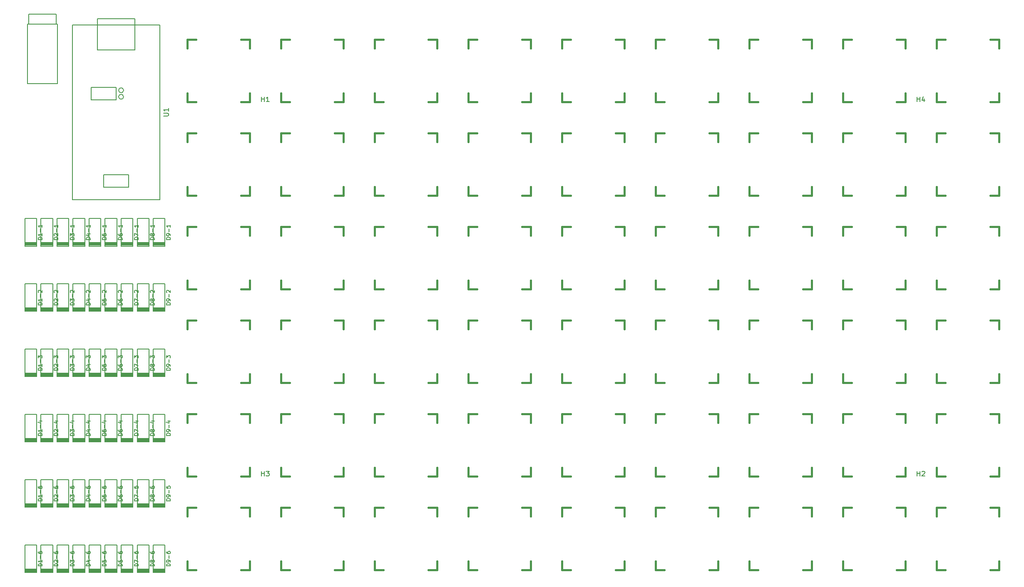
<source format=gto>
%TF.GenerationSoftware,KiCad,Pcbnew,(5.1.9)-1*%
%TF.CreationDate,2021-04-23T02:49:01-06:00*%
%TF.ProjectId,Right Keyboard,52696768-7420-44b6-9579-626f6172642e,rev?*%
%TF.SameCoordinates,Original*%
%TF.FileFunction,Legend,Top*%
%TF.FilePolarity,Positive*%
%FSLAX46Y46*%
G04 Gerber Fmt 4.6, Leading zero omitted, Abs format (unit mm)*
G04 Created by KiCad (PCBNEW (5.1.9)-1) date 2021-04-23 02:49:01*
%MOMM*%
%LPD*%
G01*
G04 APERTURE LIST*
%ADD10C,0.381000*%
%ADD11C,0.200000*%
%ADD12C,0.150000*%
G04 APERTURE END LIST*
D10*
%TO.C,K4-2*%
X155575000Y-43053000D02*
X155575000Y-41275000D01*
X155575000Y-53975000D02*
X155575000Y-52197000D01*
X157353000Y-53975000D02*
X155575000Y-53975000D01*
X168275000Y-53975000D02*
X166497000Y-53975000D01*
X168275000Y-52197000D02*
X168275000Y-53975000D01*
X168275000Y-41275000D02*
X168275000Y-43053000D01*
X166497000Y-41275000D02*
X168275000Y-41275000D01*
X155575000Y-41275000D02*
X157353000Y-41275000D01*
%TO.C,K7-6*%
X212725000Y-119253000D02*
X212725000Y-117475000D01*
X212725000Y-130175000D02*
X212725000Y-128397000D01*
X214503000Y-130175000D02*
X212725000Y-130175000D01*
X225425000Y-130175000D02*
X223647000Y-130175000D01*
X225425000Y-128397000D02*
X225425000Y-130175000D01*
X225425000Y-117475000D02*
X225425000Y-119253000D01*
X223647000Y-117475000D02*
X225425000Y-117475000D01*
X212725000Y-117475000D02*
X214503000Y-117475000D01*
%TO.C,K7-4*%
X212725000Y-81153000D02*
X212725000Y-79375000D01*
X212725000Y-92075000D02*
X212725000Y-90297000D01*
X214503000Y-92075000D02*
X212725000Y-92075000D01*
X225425000Y-92075000D02*
X223647000Y-92075000D01*
X225425000Y-90297000D02*
X225425000Y-92075000D01*
X225425000Y-79375000D02*
X225425000Y-81153000D01*
X223647000Y-79375000D02*
X225425000Y-79375000D01*
X212725000Y-79375000D02*
X214503000Y-79375000D01*
D11*
%TO.C,D1-1*%
X67825000Y-58637500D02*
X67825000Y-64237500D01*
X65425000Y-58637500D02*
X67825000Y-58637500D01*
X65425000Y-64237500D02*
X65425000Y-58637500D01*
X65425000Y-64237500D02*
X67825000Y-64237500D01*
X65425000Y-64062500D02*
X67825000Y-64062500D01*
X65425000Y-63887500D02*
X67825000Y-63887500D01*
X65425000Y-63712500D02*
X67825000Y-63712500D01*
X65425000Y-63612500D02*
X67825000Y-63612500D01*
X65425000Y-63512500D02*
X67825000Y-63512500D01*
%TO.C,D1-2*%
X65425000Y-76800000D02*
X67825000Y-76800000D01*
X65425000Y-76900000D02*
X67825000Y-76900000D01*
X65425000Y-77000000D02*
X67825000Y-77000000D01*
X65425000Y-77175000D02*
X67825000Y-77175000D01*
X65425000Y-77350000D02*
X67825000Y-77350000D01*
X65425000Y-77525000D02*
X67825000Y-77525000D01*
X65425000Y-77525000D02*
X65425000Y-71925000D01*
X65425000Y-71925000D02*
X67825000Y-71925000D01*
X67825000Y-71925000D02*
X67825000Y-77525000D01*
%TO.C,D1-3*%
X67825000Y-85212500D02*
X67825000Y-90812500D01*
X65425000Y-85212500D02*
X67825000Y-85212500D01*
X65425000Y-90812500D02*
X65425000Y-85212500D01*
X65425000Y-90812500D02*
X67825000Y-90812500D01*
X65425000Y-90637500D02*
X67825000Y-90637500D01*
X65425000Y-90462500D02*
X67825000Y-90462500D01*
X65425000Y-90287500D02*
X67825000Y-90287500D01*
X65425000Y-90187500D02*
X67825000Y-90187500D01*
X65425000Y-90087500D02*
X67825000Y-90087500D01*
%TO.C,D1-4*%
X65425000Y-103375000D02*
X67825000Y-103375000D01*
X65425000Y-103475000D02*
X67825000Y-103475000D01*
X65425000Y-103575000D02*
X67825000Y-103575000D01*
X65425000Y-103750000D02*
X67825000Y-103750000D01*
X65425000Y-103925000D02*
X67825000Y-103925000D01*
X65425000Y-104100000D02*
X67825000Y-104100000D01*
X65425000Y-104100000D02*
X65425000Y-98500000D01*
X65425000Y-98500000D02*
X67825000Y-98500000D01*
X67825000Y-98500000D02*
X67825000Y-104100000D01*
%TO.C,D1-5*%
X67825000Y-111787500D02*
X67825000Y-117387500D01*
X65425000Y-111787500D02*
X67825000Y-111787500D01*
X65425000Y-117387500D02*
X65425000Y-111787500D01*
X65425000Y-117387500D02*
X67825000Y-117387500D01*
X65425000Y-117212500D02*
X67825000Y-117212500D01*
X65425000Y-117037500D02*
X67825000Y-117037500D01*
X65425000Y-116862500D02*
X67825000Y-116862500D01*
X65425000Y-116762500D02*
X67825000Y-116762500D01*
X65425000Y-116662500D02*
X67825000Y-116662500D01*
%TO.C,D1-6*%
X65425000Y-129950000D02*
X67825000Y-129950000D01*
X65425000Y-130050000D02*
X67825000Y-130050000D01*
X65425000Y-130150000D02*
X67825000Y-130150000D01*
X65425000Y-130325000D02*
X67825000Y-130325000D01*
X65425000Y-130500000D02*
X67825000Y-130500000D01*
X65425000Y-130675000D02*
X67825000Y-130675000D01*
X65425000Y-130675000D02*
X65425000Y-125075000D01*
X65425000Y-125075000D02*
X67825000Y-125075000D01*
X67825000Y-125075000D02*
X67825000Y-130675000D01*
%TO.C,D2-1*%
X71087500Y-58637500D02*
X71087500Y-64237500D01*
X68687500Y-58637500D02*
X71087500Y-58637500D01*
X68687500Y-64237500D02*
X68687500Y-58637500D01*
X68687500Y-64237500D02*
X71087500Y-64237500D01*
X68687500Y-64062500D02*
X71087500Y-64062500D01*
X68687500Y-63887500D02*
X71087500Y-63887500D01*
X68687500Y-63712500D02*
X71087500Y-63712500D01*
X68687500Y-63612500D02*
X71087500Y-63612500D01*
X68687500Y-63512500D02*
X71087500Y-63512500D01*
%TO.C,D2-2*%
X68687500Y-76800000D02*
X71087500Y-76800000D01*
X68687500Y-76900000D02*
X71087500Y-76900000D01*
X68687500Y-77000000D02*
X71087500Y-77000000D01*
X68687500Y-77175000D02*
X71087500Y-77175000D01*
X68687500Y-77350000D02*
X71087500Y-77350000D01*
X68687500Y-77525000D02*
X71087500Y-77525000D01*
X68687500Y-77525000D02*
X68687500Y-71925000D01*
X68687500Y-71925000D02*
X71087500Y-71925000D01*
X71087500Y-71925000D02*
X71087500Y-77525000D01*
%TO.C,D2-3*%
X71087500Y-85212500D02*
X71087500Y-90812500D01*
X68687500Y-85212500D02*
X71087500Y-85212500D01*
X68687500Y-90812500D02*
X68687500Y-85212500D01*
X68687500Y-90812500D02*
X71087500Y-90812500D01*
X68687500Y-90637500D02*
X71087500Y-90637500D01*
X68687500Y-90462500D02*
X71087500Y-90462500D01*
X68687500Y-90287500D02*
X71087500Y-90287500D01*
X68687500Y-90187500D02*
X71087500Y-90187500D01*
X68687500Y-90087500D02*
X71087500Y-90087500D01*
%TO.C,D2-4*%
X68687500Y-103375000D02*
X71087500Y-103375000D01*
X68687500Y-103475000D02*
X71087500Y-103475000D01*
X68687500Y-103575000D02*
X71087500Y-103575000D01*
X68687500Y-103750000D02*
X71087500Y-103750000D01*
X68687500Y-103925000D02*
X71087500Y-103925000D01*
X68687500Y-104100000D02*
X71087500Y-104100000D01*
X68687500Y-104100000D02*
X68687500Y-98500000D01*
X68687500Y-98500000D02*
X71087500Y-98500000D01*
X71087500Y-98500000D02*
X71087500Y-104100000D01*
%TO.C,D2-5*%
X71087500Y-111787500D02*
X71087500Y-117387500D01*
X68687500Y-111787500D02*
X71087500Y-111787500D01*
X68687500Y-117387500D02*
X68687500Y-111787500D01*
X68687500Y-117387500D02*
X71087500Y-117387500D01*
X68687500Y-117212500D02*
X71087500Y-117212500D01*
X68687500Y-117037500D02*
X71087500Y-117037500D01*
X68687500Y-116862500D02*
X71087500Y-116862500D01*
X68687500Y-116762500D02*
X71087500Y-116762500D01*
X68687500Y-116662500D02*
X71087500Y-116662500D01*
%TO.C,D2-6*%
X68687500Y-129950000D02*
X71087500Y-129950000D01*
X68687500Y-130050000D02*
X71087500Y-130050000D01*
X68687500Y-130150000D02*
X71087500Y-130150000D01*
X68687500Y-130325000D02*
X71087500Y-130325000D01*
X68687500Y-130500000D02*
X71087500Y-130500000D01*
X68687500Y-130675000D02*
X71087500Y-130675000D01*
X68687500Y-130675000D02*
X68687500Y-125075000D01*
X68687500Y-125075000D02*
X71087500Y-125075000D01*
X71087500Y-125075000D02*
X71087500Y-130675000D01*
%TO.C,D3-1*%
X71950000Y-63512500D02*
X74350000Y-63512500D01*
X71950000Y-63612500D02*
X74350000Y-63612500D01*
X71950000Y-63712500D02*
X74350000Y-63712500D01*
X71950000Y-63887500D02*
X74350000Y-63887500D01*
X71950000Y-64062500D02*
X74350000Y-64062500D01*
X71950000Y-64237500D02*
X74350000Y-64237500D01*
X71950000Y-64237500D02*
X71950000Y-58637500D01*
X71950000Y-58637500D02*
X74350000Y-58637500D01*
X74350000Y-58637500D02*
X74350000Y-64237500D01*
%TO.C,D3-2*%
X74350000Y-71925000D02*
X74350000Y-77525000D01*
X71950000Y-71925000D02*
X74350000Y-71925000D01*
X71950000Y-77525000D02*
X71950000Y-71925000D01*
X71950000Y-77525000D02*
X74350000Y-77525000D01*
X71950000Y-77350000D02*
X74350000Y-77350000D01*
X71950000Y-77175000D02*
X74350000Y-77175000D01*
X71950000Y-77000000D02*
X74350000Y-77000000D01*
X71950000Y-76900000D02*
X74350000Y-76900000D01*
X71950000Y-76800000D02*
X74350000Y-76800000D01*
%TO.C,D3-3*%
X71950000Y-90087500D02*
X74350000Y-90087500D01*
X71950000Y-90187500D02*
X74350000Y-90187500D01*
X71950000Y-90287500D02*
X74350000Y-90287500D01*
X71950000Y-90462500D02*
X74350000Y-90462500D01*
X71950000Y-90637500D02*
X74350000Y-90637500D01*
X71950000Y-90812500D02*
X74350000Y-90812500D01*
X71950000Y-90812500D02*
X71950000Y-85212500D01*
X71950000Y-85212500D02*
X74350000Y-85212500D01*
X74350000Y-85212500D02*
X74350000Y-90812500D01*
%TO.C,D3-4*%
X74350000Y-98500000D02*
X74350000Y-104100000D01*
X71950000Y-98500000D02*
X74350000Y-98500000D01*
X71950000Y-104100000D02*
X71950000Y-98500000D01*
X71950000Y-104100000D02*
X74350000Y-104100000D01*
X71950000Y-103925000D02*
X74350000Y-103925000D01*
X71950000Y-103750000D02*
X74350000Y-103750000D01*
X71950000Y-103575000D02*
X74350000Y-103575000D01*
X71950000Y-103475000D02*
X74350000Y-103475000D01*
X71950000Y-103375000D02*
X74350000Y-103375000D01*
%TO.C,D3-5*%
X71950000Y-116662500D02*
X74350000Y-116662500D01*
X71950000Y-116762500D02*
X74350000Y-116762500D01*
X71950000Y-116862500D02*
X74350000Y-116862500D01*
X71950000Y-117037500D02*
X74350000Y-117037500D01*
X71950000Y-117212500D02*
X74350000Y-117212500D01*
X71950000Y-117387500D02*
X74350000Y-117387500D01*
X71950000Y-117387500D02*
X71950000Y-111787500D01*
X71950000Y-111787500D02*
X74350000Y-111787500D01*
X74350000Y-111787500D02*
X74350000Y-117387500D01*
%TO.C,D3-6*%
X74350000Y-125075000D02*
X74350000Y-130675000D01*
X71950000Y-125075000D02*
X74350000Y-125075000D01*
X71950000Y-130675000D02*
X71950000Y-125075000D01*
X71950000Y-130675000D02*
X74350000Y-130675000D01*
X71950000Y-130500000D02*
X74350000Y-130500000D01*
X71950000Y-130325000D02*
X74350000Y-130325000D01*
X71950000Y-130150000D02*
X74350000Y-130150000D01*
X71950000Y-130050000D02*
X74350000Y-130050000D01*
X71950000Y-129950000D02*
X74350000Y-129950000D01*
%TO.C,D4-1*%
X75212500Y-63512500D02*
X77612500Y-63512500D01*
X75212500Y-63612500D02*
X77612500Y-63612500D01*
X75212500Y-63712500D02*
X77612500Y-63712500D01*
X75212500Y-63887500D02*
X77612500Y-63887500D01*
X75212500Y-64062500D02*
X77612500Y-64062500D01*
X75212500Y-64237500D02*
X77612500Y-64237500D01*
X75212500Y-64237500D02*
X75212500Y-58637500D01*
X75212500Y-58637500D02*
X77612500Y-58637500D01*
X77612500Y-58637500D02*
X77612500Y-64237500D01*
%TO.C,D4-2*%
X77612500Y-71925000D02*
X77612500Y-77525000D01*
X75212500Y-71925000D02*
X77612500Y-71925000D01*
X75212500Y-77525000D02*
X75212500Y-71925000D01*
X75212500Y-77525000D02*
X77612500Y-77525000D01*
X75212500Y-77350000D02*
X77612500Y-77350000D01*
X75212500Y-77175000D02*
X77612500Y-77175000D01*
X75212500Y-77000000D02*
X77612500Y-77000000D01*
X75212500Y-76900000D02*
X77612500Y-76900000D01*
X75212500Y-76800000D02*
X77612500Y-76800000D01*
%TO.C,D4-3*%
X75212500Y-90087500D02*
X77612500Y-90087500D01*
X75212500Y-90187500D02*
X77612500Y-90187500D01*
X75212500Y-90287500D02*
X77612500Y-90287500D01*
X75212500Y-90462500D02*
X77612500Y-90462500D01*
X75212500Y-90637500D02*
X77612500Y-90637500D01*
X75212500Y-90812500D02*
X77612500Y-90812500D01*
X75212500Y-90812500D02*
X75212500Y-85212500D01*
X75212500Y-85212500D02*
X77612500Y-85212500D01*
X77612500Y-85212500D02*
X77612500Y-90812500D01*
%TO.C,D4-4*%
X77612500Y-98500000D02*
X77612500Y-104100000D01*
X75212500Y-98500000D02*
X77612500Y-98500000D01*
X75212500Y-104100000D02*
X75212500Y-98500000D01*
X75212500Y-104100000D02*
X77612500Y-104100000D01*
X75212500Y-103925000D02*
X77612500Y-103925000D01*
X75212500Y-103750000D02*
X77612500Y-103750000D01*
X75212500Y-103575000D02*
X77612500Y-103575000D01*
X75212500Y-103475000D02*
X77612500Y-103475000D01*
X75212500Y-103375000D02*
X77612500Y-103375000D01*
%TO.C,D4-5*%
X75212500Y-116662500D02*
X77612500Y-116662500D01*
X75212500Y-116762500D02*
X77612500Y-116762500D01*
X75212500Y-116862500D02*
X77612500Y-116862500D01*
X75212500Y-117037500D02*
X77612500Y-117037500D01*
X75212500Y-117212500D02*
X77612500Y-117212500D01*
X75212500Y-117387500D02*
X77612500Y-117387500D01*
X75212500Y-117387500D02*
X75212500Y-111787500D01*
X75212500Y-111787500D02*
X77612500Y-111787500D01*
X77612500Y-111787500D02*
X77612500Y-117387500D01*
%TO.C,D4-6*%
X77612500Y-125075000D02*
X77612500Y-130675000D01*
X75212500Y-125075000D02*
X77612500Y-125075000D01*
X75212500Y-130675000D02*
X75212500Y-125075000D01*
X75212500Y-130675000D02*
X77612500Y-130675000D01*
X75212500Y-130500000D02*
X77612500Y-130500000D01*
X75212500Y-130325000D02*
X77612500Y-130325000D01*
X75212500Y-130150000D02*
X77612500Y-130150000D01*
X75212500Y-130050000D02*
X77612500Y-130050000D01*
X75212500Y-129950000D02*
X77612500Y-129950000D01*
%TO.C,D5-1*%
X78475000Y-63512500D02*
X80875000Y-63512500D01*
X78475000Y-63612500D02*
X80875000Y-63612500D01*
X78475000Y-63712500D02*
X80875000Y-63712500D01*
X78475000Y-63887500D02*
X80875000Y-63887500D01*
X78475000Y-64062500D02*
X80875000Y-64062500D01*
X78475000Y-64237500D02*
X80875000Y-64237500D01*
X78475000Y-64237500D02*
X78475000Y-58637500D01*
X78475000Y-58637500D02*
X80875000Y-58637500D01*
X80875000Y-58637500D02*
X80875000Y-64237500D01*
%TO.C,D5-2*%
X80875000Y-71925000D02*
X80875000Y-77525000D01*
X78475000Y-71925000D02*
X80875000Y-71925000D01*
X78475000Y-77525000D02*
X78475000Y-71925000D01*
X78475000Y-77525000D02*
X80875000Y-77525000D01*
X78475000Y-77350000D02*
X80875000Y-77350000D01*
X78475000Y-77175000D02*
X80875000Y-77175000D01*
X78475000Y-77000000D02*
X80875000Y-77000000D01*
X78475000Y-76900000D02*
X80875000Y-76900000D01*
X78475000Y-76800000D02*
X80875000Y-76800000D01*
%TO.C,D5-3*%
X78475000Y-90087500D02*
X80875000Y-90087500D01*
X78475000Y-90187500D02*
X80875000Y-90187500D01*
X78475000Y-90287500D02*
X80875000Y-90287500D01*
X78475000Y-90462500D02*
X80875000Y-90462500D01*
X78475000Y-90637500D02*
X80875000Y-90637500D01*
X78475000Y-90812500D02*
X80875000Y-90812500D01*
X78475000Y-90812500D02*
X78475000Y-85212500D01*
X78475000Y-85212500D02*
X80875000Y-85212500D01*
X80875000Y-85212500D02*
X80875000Y-90812500D01*
%TO.C,D5-4*%
X80875000Y-98500000D02*
X80875000Y-104100000D01*
X78475000Y-98500000D02*
X80875000Y-98500000D01*
X78475000Y-104100000D02*
X78475000Y-98500000D01*
X78475000Y-104100000D02*
X80875000Y-104100000D01*
X78475000Y-103925000D02*
X80875000Y-103925000D01*
X78475000Y-103750000D02*
X80875000Y-103750000D01*
X78475000Y-103575000D02*
X80875000Y-103575000D01*
X78475000Y-103475000D02*
X80875000Y-103475000D01*
X78475000Y-103375000D02*
X80875000Y-103375000D01*
%TO.C,D5-5*%
X78475000Y-116662500D02*
X80875000Y-116662500D01*
X78475000Y-116762500D02*
X80875000Y-116762500D01*
X78475000Y-116862500D02*
X80875000Y-116862500D01*
X78475000Y-117037500D02*
X80875000Y-117037500D01*
X78475000Y-117212500D02*
X80875000Y-117212500D01*
X78475000Y-117387500D02*
X80875000Y-117387500D01*
X78475000Y-117387500D02*
X78475000Y-111787500D01*
X78475000Y-111787500D02*
X80875000Y-111787500D01*
X80875000Y-111787500D02*
X80875000Y-117387500D01*
%TO.C,D5-6*%
X80875000Y-125075000D02*
X80875000Y-130675000D01*
X78475000Y-125075000D02*
X80875000Y-125075000D01*
X78475000Y-130675000D02*
X78475000Y-125075000D01*
X78475000Y-130675000D02*
X80875000Y-130675000D01*
X78475000Y-130500000D02*
X80875000Y-130500000D01*
X78475000Y-130325000D02*
X80875000Y-130325000D01*
X78475000Y-130150000D02*
X80875000Y-130150000D01*
X78475000Y-130050000D02*
X80875000Y-130050000D01*
X78475000Y-129950000D02*
X80875000Y-129950000D01*
%TO.C,D6-1*%
X84137500Y-58637500D02*
X84137500Y-64237500D01*
X81737500Y-58637500D02*
X84137500Y-58637500D01*
X81737500Y-64237500D02*
X81737500Y-58637500D01*
X81737500Y-64237500D02*
X84137500Y-64237500D01*
X81737500Y-64062500D02*
X84137500Y-64062500D01*
X81737500Y-63887500D02*
X84137500Y-63887500D01*
X81737500Y-63712500D02*
X84137500Y-63712500D01*
X81737500Y-63612500D02*
X84137500Y-63612500D01*
X81737500Y-63512500D02*
X84137500Y-63512500D01*
%TO.C,D6-2*%
X81737500Y-76800000D02*
X84137500Y-76800000D01*
X81737500Y-76900000D02*
X84137500Y-76900000D01*
X81737500Y-77000000D02*
X84137500Y-77000000D01*
X81737500Y-77175000D02*
X84137500Y-77175000D01*
X81737500Y-77350000D02*
X84137500Y-77350000D01*
X81737500Y-77525000D02*
X84137500Y-77525000D01*
X81737500Y-77525000D02*
X81737500Y-71925000D01*
X81737500Y-71925000D02*
X84137500Y-71925000D01*
X84137500Y-71925000D02*
X84137500Y-77525000D01*
%TO.C,D6-3*%
X84137500Y-85212500D02*
X84137500Y-90812500D01*
X81737500Y-85212500D02*
X84137500Y-85212500D01*
X81737500Y-90812500D02*
X81737500Y-85212500D01*
X81737500Y-90812500D02*
X84137500Y-90812500D01*
X81737500Y-90637500D02*
X84137500Y-90637500D01*
X81737500Y-90462500D02*
X84137500Y-90462500D01*
X81737500Y-90287500D02*
X84137500Y-90287500D01*
X81737500Y-90187500D02*
X84137500Y-90187500D01*
X81737500Y-90087500D02*
X84137500Y-90087500D01*
%TO.C,D6-4*%
X81737500Y-103375000D02*
X84137500Y-103375000D01*
X81737500Y-103475000D02*
X84137500Y-103475000D01*
X81737500Y-103575000D02*
X84137500Y-103575000D01*
X81737500Y-103750000D02*
X84137500Y-103750000D01*
X81737500Y-103925000D02*
X84137500Y-103925000D01*
X81737500Y-104100000D02*
X84137500Y-104100000D01*
X81737500Y-104100000D02*
X81737500Y-98500000D01*
X81737500Y-98500000D02*
X84137500Y-98500000D01*
X84137500Y-98500000D02*
X84137500Y-104100000D01*
%TO.C,D6-5*%
X84137500Y-111787500D02*
X84137500Y-117387500D01*
X81737500Y-111787500D02*
X84137500Y-111787500D01*
X81737500Y-117387500D02*
X81737500Y-111787500D01*
X81737500Y-117387500D02*
X84137500Y-117387500D01*
X81737500Y-117212500D02*
X84137500Y-117212500D01*
X81737500Y-117037500D02*
X84137500Y-117037500D01*
X81737500Y-116862500D02*
X84137500Y-116862500D01*
X81737500Y-116762500D02*
X84137500Y-116762500D01*
X81737500Y-116662500D02*
X84137500Y-116662500D01*
%TO.C,D6-6*%
X81737500Y-129950000D02*
X84137500Y-129950000D01*
X81737500Y-130050000D02*
X84137500Y-130050000D01*
X81737500Y-130150000D02*
X84137500Y-130150000D01*
X81737500Y-130325000D02*
X84137500Y-130325000D01*
X81737500Y-130500000D02*
X84137500Y-130500000D01*
X81737500Y-130675000D02*
X84137500Y-130675000D01*
X81737500Y-130675000D02*
X81737500Y-125075000D01*
X81737500Y-125075000D02*
X84137500Y-125075000D01*
X84137500Y-125075000D02*
X84137500Y-130675000D01*
%TO.C,D7-1*%
X87400000Y-58637500D02*
X87400000Y-64237500D01*
X85000000Y-58637500D02*
X87400000Y-58637500D01*
X85000000Y-64237500D02*
X85000000Y-58637500D01*
X85000000Y-64237500D02*
X87400000Y-64237500D01*
X85000000Y-64062500D02*
X87400000Y-64062500D01*
X85000000Y-63887500D02*
X87400000Y-63887500D01*
X85000000Y-63712500D02*
X87400000Y-63712500D01*
X85000000Y-63612500D02*
X87400000Y-63612500D01*
X85000000Y-63512500D02*
X87400000Y-63512500D01*
%TO.C,D7-2*%
X85000000Y-76800000D02*
X87400000Y-76800000D01*
X85000000Y-76900000D02*
X87400000Y-76900000D01*
X85000000Y-77000000D02*
X87400000Y-77000000D01*
X85000000Y-77175000D02*
X87400000Y-77175000D01*
X85000000Y-77350000D02*
X87400000Y-77350000D01*
X85000000Y-77525000D02*
X87400000Y-77525000D01*
X85000000Y-77525000D02*
X85000000Y-71925000D01*
X85000000Y-71925000D02*
X87400000Y-71925000D01*
X87400000Y-71925000D02*
X87400000Y-77525000D01*
%TO.C,D7-3*%
X87400000Y-85212500D02*
X87400000Y-90812500D01*
X85000000Y-85212500D02*
X87400000Y-85212500D01*
X85000000Y-90812500D02*
X85000000Y-85212500D01*
X85000000Y-90812500D02*
X87400000Y-90812500D01*
X85000000Y-90637500D02*
X87400000Y-90637500D01*
X85000000Y-90462500D02*
X87400000Y-90462500D01*
X85000000Y-90287500D02*
X87400000Y-90287500D01*
X85000000Y-90187500D02*
X87400000Y-90187500D01*
X85000000Y-90087500D02*
X87400000Y-90087500D01*
%TO.C,D7-4*%
X85000000Y-103375000D02*
X87400000Y-103375000D01*
X85000000Y-103475000D02*
X87400000Y-103475000D01*
X85000000Y-103575000D02*
X87400000Y-103575000D01*
X85000000Y-103750000D02*
X87400000Y-103750000D01*
X85000000Y-103925000D02*
X87400000Y-103925000D01*
X85000000Y-104100000D02*
X87400000Y-104100000D01*
X85000000Y-104100000D02*
X85000000Y-98500000D01*
X85000000Y-98500000D02*
X87400000Y-98500000D01*
X87400000Y-98500000D02*
X87400000Y-104100000D01*
%TO.C,D7-5*%
X87400000Y-111787500D02*
X87400000Y-117387500D01*
X85000000Y-111787500D02*
X87400000Y-111787500D01*
X85000000Y-117387500D02*
X85000000Y-111787500D01*
X85000000Y-117387500D02*
X87400000Y-117387500D01*
X85000000Y-117212500D02*
X87400000Y-117212500D01*
X85000000Y-117037500D02*
X87400000Y-117037500D01*
X85000000Y-116862500D02*
X87400000Y-116862500D01*
X85000000Y-116762500D02*
X87400000Y-116762500D01*
X85000000Y-116662500D02*
X87400000Y-116662500D01*
%TO.C,D7-6*%
X85000000Y-129950000D02*
X87400000Y-129950000D01*
X85000000Y-130050000D02*
X87400000Y-130050000D01*
X85000000Y-130150000D02*
X87400000Y-130150000D01*
X85000000Y-130325000D02*
X87400000Y-130325000D01*
X85000000Y-130500000D02*
X87400000Y-130500000D01*
X85000000Y-130675000D02*
X87400000Y-130675000D01*
X85000000Y-130675000D02*
X85000000Y-125075000D01*
X85000000Y-125075000D02*
X87400000Y-125075000D01*
X87400000Y-125075000D02*
X87400000Y-130675000D01*
%TO.C,D8-1*%
X88262500Y-63512500D02*
X90662500Y-63512500D01*
X88262500Y-63612500D02*
X90662500Y-63612500D01*
X88262500Y-63712500D02*
X90662500Y-63712500D01*
X88262500Y-63887500D02*
X90662500Y-63887500D01*
X88262500Y-64062500D02*
X90662500Y-64062500D01*
X88262500Y-64237500D02*
X90662500Y-64237500D01*
X88262500Y-64237500D02*
X88262500Y-58637500D01*
X88262500Y-58637500D02*
X90662500Y-58637500D01*
X90662500Y-58637500D02*
X90662500Y-64237500D01*
%TO.C,D8-2*%
X90662500Y-71925000D02*
X90662500Y-77525000D01*
X88262500Y-71925000D02*
X90662500Y-71925000D01*
X88262500Y-77525000D02*
X88262500Y-71925000D01*
X88262500Y-77525000D02*
X90662500Y-77525000D01*
X88262500Y-77350000D02*
X90662500Y-77350000D01*
X88262500Y-77175000D02*
X90662500Y-77175000D01*
X88262500Y-77000000D02*
X90662500Y-77000000D01*
X88262500Y-76900000D02*
X90662500Y-76900000D01*
X88262500Y-76800000D02*
X90662500Y-76800000D01*
%TO.C,D8-3*%
X90662500Y-85212500D02*
X90662500Y-90812500D01*
X88262500Y-85212500D02*
X90662500Y-85212500D01*
X88262500Y-90812500D02*
X88262500Y-85212500D01*
X88262500Y-90812500D02*
X90662500Y-90812500D01*
X88262500Y-90637500D02*
X90662500Y-90637500D01*
X88262500Y-90462500D02*
X90662500Y-90462500D01*
X88262500Y-90287500D02*
X90662500Y-90287500D01*
X88262500Y-90187500D02*
X90662500Y-90187500D01*
X88262500Y-90087500D02*
X90662500Y-90087500D01*
%TO.C,D8-4*%
X88262500Y-103375000D02*
X90662500Y-103375000D01*
X88262500Y-103475000D02*
X90662500Y-103475000D01*
X88262500Y-103575000D02*
X90662500Y-103575000D01*
X88262500Y-103750000D02*
X90662500Y-103750000D01*
X88262500Y-103925000D02*
X90662500Y-103925000D01*
X88262500Y-104100000D02*
X90662500Y-104100000D01*
X88262500Y-104100000D02*
X88262500Y-98500000D01*
X88262500Y-98500000D02*
X90662500Y-98500000D01*
X90662500Y-98500000D02*
X90662500Y-104100000D01*
%TO.C,D8-5*%
X90662500Y-111787500D02*
X90662500Y-117387500D01*
X88262500Y-111787500D02*
X90662500Y-111787500D01*
X88262500Y-117387500D02*
X88262500Y-111787500D01*
X88262500Y-117387500D02*
X90662500Y-117387500D01*
X88262500Y-117212500D02*
X90662500Y-117212500D01*
X88262500Y-117037500D02*
X90662500Y-117037500D01*
X88262500Y-116862500D02*
X90662500Y-116862500D01*
X88262500Y-116762500D02*
X90662500Y-116762500D01*
X88262500Y-116662500D02*
X90662500Y-116662500D01*
%TO.C,D8-6*%
X88262500Y-129950000D02*
X90662500Y-129950000D01*
X88262500Y-130050000D02*
X90662500Y-130050000D01*
X88262500Y-130150000D02*
X90662500Y-130150000D01*
X88262500Y-130325000D02*
X90662500Y-130325000D01*
X88262500Y-130500000D02*
X90662500Y-130500000D01*
X88262500Y-130675000D02*
X90662500Y-130675000D01*
X88262500Y-130675000D02*
X88262500Y-125075000D01*
X88262500Y-125075000D02*
X90662500Y-125075000D01*
X90662500Y-125075000D02*
X90662500Y-130675000D01*
%TO.C,D9-1*%
X93925000Y-58637500D02*
X93925000Y-64237500D01*
X91525000Y-58637500D02*
X93925000Y-58637500D01*
X91525000Y-64237500D02*
X91525000Y-58637500D01*
X91525000Y-64237500D02*
X93925000Y-64237500D01*
X91525000Y-64062500D02*
X93925000Y-64062500D01*
X91525000Y-63887500D02*
X93925000Y-63887500D01*
X91525000Y-63712500D02*
X93925000Y-63712500D01*
X91525000Y-63612500D02*
X93925000Y-63612500D01*
X91525000Y-63512500D02*
X93925000Y-63512500D01*
%TO.C,D9-2*%
X91525000Y-76800000D02*
X93925000Y-76800000D01*
X91525000Y-76900000D02*
X93925000Y-76900000D01*
X91525000Y-77000000D02*
X93925000Y-77000000D01*
X91525000Y-77175000D02*
X93925000Y-77175000D01*
X91525000Y-77350000D02*
X93925000Y-77350000D01*
X91525000Y-77525000D02*
X93925000Y-77525000D01*
X91525000Y-77525000D02*
X91525000Y-71925000D01*
X91525000Y-71925000D02*
X93925000Y-71925000D01*
X93925000Y-71925000D02*
X93925000Y-77525000D01*
%TO.C,D9-3*%
X93925000Y-85212500D02*
X93925000Y-90812500D01*
X91525000Y-85212500D02*
X93925000Y-85212500D01*
X91525000Y-90812500D02*
X91525000Y-85212500D01*
X91525000Y-90812500D02*
X93925000Y-90812500D01*
X91525000Y-90637500D02*
X93925000Y-90637500D01*
X91525000Y-90462500D02*
X93925000Y-90462500D01*
X91525000Y-90287500D02*
X93925000Y-90287500D01*
X91525000Y-90187500D02*
X93925000Y-90187500D01*
X91525000Y-90087500D02*
X93925000Y-90087500D01*
%TO.C,D9-4*%
X91525000Y-103375000D02*
X93925000Y-103375000D01*
X91525000Y-103475000D02*
X93925000Y-103475000D01*
X91525000Y-103575000D02*
X93925000Y-103575000D01*
X91525000Y-103750000D02*
X93925000Y-103750000D01*
X91525000Y-103925000D02*
X93925000Y-103925000D01*
X91525000Y-104100000D02*
X93925000Y-104100000D01*
X91525000Y-104100000D02*
X91525000Y-98500000D01*
X91525000Y-98500000D02*
X93925000Y-98500000D01*
X93925000Y-98500000D02*
X93925000Y-104100000D01*
%TO.C,D9-5*%
X93925000Y-111787500D02*
X93925000Y-117387500D01*
X91525000Y-111787500D02*
X93925000Y-111787500D01*
X91525000Y-117387500D02*
X91525000Y-111787500D01*
X91525000Y-117387500D02*
X93925000Y-117387500D01*
X91525000Y-117212500D02*
X93925000Y-117212500D01*
X91525000Y-117037500D02*
X93925000Y-117037500D01*
X91525000Y-116862500D02*
X93925000Y-116862500D01*
X91525000Y-116762500D02*
X93925000Y-116762500D01*
X91525000Y-116662500D02*
X93925000Y-116662500D01*
%TO.C,D9-6*%
X91525000Y-129950000D02*
X93925000Y-129950000D01*
X91525000Y-130050000D02*
X93925000Y-130050000D01*
X91525000Y-130150000D02*
X93925000Y-130150000D01*
X91525000Y-130325000D02*
X93925000Y-130325000D01*
X91525000Y-130500000D02*
X93925000Y-130500000D01*
X91525000Y-130675000D02*
X93925000Y-130675000D01*
X91525000Y-130675000D02*
X91525000Y-125075000D01*
X91525000Y-125075000D02*
X93925000Y-125075000D01*
X93925000Y-125075000D02*
X93925000Y-130675000D01*
D10*
%TO.C,K1-1*%
X98425000Y-22225000D02*
X100203000Y-22225000D01*
X109347000Y-22225000D02*
X111125000Y-22225000D01*
X111125000Y-22225000D02*
X111125000Y-24003000D01*
X111125000Y-33147000D02*
X111125000Y-34925000D01*
X111125000Y-34925000D02*
X109347000Y-34925000D01*
X100203000Y-34925000D02*
X98425000Y-34925000D01*
X98425000Y-34925000D02*
X98425000Y-33147000D01*
X98425000Y-24003000D02*
X98425000Y-22225000D01*
%TO.C,K1-2*%
X98425000Y-41275000D02*
X100203000Y-41275000D01*
X109347000Y-41275000D02*
X111125000Y-41275000D01*
X111125000Y-41275000D02*
X111125000Y-43053000D01*
X111125000Y-52197000D02*
X111125000Y-53975000D01*
X111125000Y-53975000D02*
X109347000Y-53975000D01*
X100203000Y-53975000D02*
X98425000Y-53975000D01*
X98425000Y-53975000D02*
X98425000Y-52197000D01*
X98425000Y-43053000D02*
X98425000Y-41275000D01*
%TO.C,K1-3*%
X98425000Y-62103000D02*
X98425000Y-60325000D01*
X98425000Y-73025000D02*
X98425000Y-71247000D01*
X100203000Y-73025000D02*
X98425000Y-73025000D01*
X111125000Y-73025000D02*
X109347000Y-73025000D01*
X111125000Y-71247000D02*
X111125000Y-73025000D01*
X111125000Y-60325000D02*
X111125000Y-62103000D01*
X109347000Y-60325000D02*
X111125000Y-60325000D01*
X98425000Y-60325000D02*
X100203000Y-60325000D01*
%TO.C,K1-4*%
X98425000Y-81153000D02*
X98425000Y-79375000D01*
X98425000Y-92075000D02*
X98425000Y-90297000D01*
X100203000Y-92075000D02*
X98425000Y-92075000D01*
X111125000Y-92075000D02*
X109347000Y-92075000D01*
X111125000Y-90297000D02*
X111125000Y-92075000D01*
X111125000Y-79375000D02*
X111125000Y-81153000D01*
X109347000Y-79375000D02*
X111125000Y-79375000D01*
X98425000Y-79375000D02*
X100203000Y-79375000D01*
%TO.C,K1-5*%
X98425000Y-98425000D02*
X100203000Y-98425000D01*
X109347000Y-98425000D02*
X111125000Y-98425000D01*
X111125000Y-98425000D02*
X111125000Y-100203000D01*
X111125000Y-109347000D02*
X111125000Y-111125000D01*
X111125000Y-111125000D02*
X109347000Y-111125000D01*
X100203000Y-111125000D02*
X98425000Y-111125000D01*
X98425000Y-111125000D02*
X98425000Y-109347000D01*
X98425000Y-100203000D02*
X98425000Y-98425000D01*
%TO.C,K1-6*%
X98425000Y-119253000D02*
X98425000Y-117475000D01*
X98425000Y-130175000D02*
X98425000Y-128397000D01*
X100203000Y-130175000D02*
X98425000Y-130175000D01*
X111125000Y-130175000D02*
X109347000Y-130175000D01*
X111125000Y-128397000D02*
X111125000Y-130175000D01*
X111125000Y-117475000D02*
X111125000Y-119253000D01*
X109347000Y-117475000D02*
X111125000Y-117475000D01*
X98425000Y-117475000D02*
X100203000Y-117475000D01*
%TO.C,K2-1*%
X117475000Y-22225000D02*
X119253000Y-22225000D01*
X128397000Y-22225000D02*
X130175000Y-22225000D01*
X130175000Y-22225000D02*
X130175000Y-24003000D01*
X130175000Y-33147000D02*
X130175000Y-34925000D01*
X130175000Y-34925000D02*
X128397000Y-34925000D01*
X119253000Y-34925000D02*
X117475000Y-34925000D01*
X117475000Y-34925000D02*
X117475000Y-33147000D01*
X117475000Y-24003000D02*
X117475000Y-22225000D01*
%TO.C,K2-2*%
X117475000Y-43053000D02*
X117475000Y-41275000D01*
X117475000Y-53975000D02*
X117475000Y-52197000D01*
X119253000Y-53975000D02*
X117475000Y-53975000D01*
X130175000Y-53975000D02*
X128397000Y-53975000D01*
X130175000Y-52197000D02*
X130175000Y-53975000D01*
X130175000Y-41275000D02*
X130175000Y-43053000D01*
X128397000Y-41275000D02*
X130175000Y-41275000D01*
X117475000Y-41275000D02*
X119253000Y-41275000D01*
%TO.C,K2-3*%
X117475000Y-62103000D02*
X117475000Y-60325000D01*
X117475000Y-73025000D02*
X117475000Y-71247000D01*
X119253000Y-73025000D02*
X117475000Y-73025000D01*
X130175000Y-73025000D02*
X128397000Y-73025000D01*
X130175000Y-71247000D02*
X130175000Y-73025000D01*
X130175000Y-60325000D02*
X130175000Y-62103000D01*
X128397000Y-60325000D02*
X130175000Y-60325000D01*
X117475000Y-60325000D02*
X119253000Y-60325000D01*
%TO.C,K2-4*%
X117475000Y-79375000D02*
X119253000Y-79375000D01*
X128397000Y-79375000D02*
X130175000Y-79375000D01*
X130175000Y-79375000D02*
X130175000Y-81153000D01*
X130175000Y-90297000D02*
X130175000Y-92075000D01*
X130175000Y-92075000D02*
X128397000Y-92075000D01*
X119253000Y-92075000D02*
X117475000Y-92075000D01*
X117475000Y-92075000D02*
X117475000Y-90297000D01*
X117475000Y-81153000D02*
X117475000Y-79375000D01*
%TO.C,K2-5*%
X117475000Y-100203000D02*
X117475000Y-98425000D01*
X117475000Y-111125000D02*
X117475000Y-109347000D01*
X119253000Y-111125000D02*
X117475000Y-111125000D01*
X130175000Y-111125000D02*
X128397000Y-111125000D01*
X130175000Y-109347000D02*
X130175000Y-111125000D01*
X130175000Y-98425000D02*
X130175000Y-100203000D01*
X128397000Y-98425000D02*
X130175000Y-98425000D01*
X117475000Y-98425000D02*
X119253000Y-98425000D01*
%TO.C,K2-6*%
X117475000Y-117475000D02*
X119253000Y-117475000D01*
X128397000Y-117475000D02*
X130175000Y-117475000D01*
X130175000Y-117475000D02*
X130175000Y-119253000D01*
X130175000Y-128397000D02*
X130175000Y-130175000D01*
X130175000Y-130175000D02*
X128397000Y-130175000D01*
X119253000Y-130175000D02*
X117475000Y-130175000D01*
X117475000Y-130175000D02*
X117475000Y-128397000D01*
X117475000Y-119253000D02*
X117475000Y-117475000D01*
%TO.C,K3-1*%
X136525000Y-22225000D02*
X138303000Y-22225000D01*
X147447000Y-22225000D02*
X149225000Y-22225000D01*
X149225000Y-22225000D02*
X149225000Y-24003000D01*
X149225000Y-33147000D02*
X149225000Y-34925000D01*
X149225000Y-34925000D02*
X147447000Y-34925000D01*
X138303000Y-34925000D02*
X136525000Y-34925000D01*
X136525000Y-34925000D02*
X136525000Y-33147000D01*
X136525000Y-24003000D02*
X136525000Y-22225000D01*
%TO.C,K3-2*%
X136525000Y-43053000D02*
X136525000Y-41275000D01*
X136525000Y-53975000D02*
X136525000Y-52197000D01*
X138303000Y-53975000D02*
X136525000Y-53975000D01*
X149225000Y-53975000D02*
X147447000Y-53975000D01*
X149225000Y-52197000D02*
X149225000Y-53975000D01*
X149225000Y-41275000D02*
X149225000Y-43053000D01*
X147447000Y-41275000D02*
X149225000Y-41275000D01*
X136525000Y-41275000D02*
X138303000Y-41275000D01*
%TO.C,K3-3*%
X136525000Y-60325000D02*
X138303000Y-60325000D01*
X147447000Y-60325000D02*
X149225000Y-60325000D01*
X149225000Y-60325000D02*
X149225000Y-62103000D01*
X149225000Y-71247000D02*
X149225000Y-73025000D01*
X149225000Y-73025000D02*
X147447000Y-73025000D01*
X138303000Y-73025000D02*
X136525000Y-73025000D01*
X136525000Y-73025000D02*
X136525000Y-71247000D01*
X136525000Y-62103000D02*
X136525000Y-60325000D01*
%TO.C,K3-4*%
X136525000Y-81153000D02*
X136525000Y-79375000D01*
X136525000Y-92075000D02*
X136525000Y-90297000D01*
X138303000Y-92075000D02*
X136525000Y-92075000D01*
X149225000Y-92075000D02*
X147447000Y-92075000D01*
X149225000Y-90297000D02*
X149225000Y-92075000D01*
X149225000Y-79375000D02*
X149225000Y-81153000D01*
X147447000Y-79375000D02*
X149225000Y-79375000D01*
X136525000Y-79375000D02*
X138303000Y-79375000D01*
%TO.C,K3-5*%
X136525000Y-98425000D02*
X138303000Y-98425000D01*
X147447000Y-98425000D02*
X149225000Y-98425000D01*
X149225000Y-98425000D02*
X149225000Y-100203000D01*
X149225000Y-109347000D02*
X149225000Y-111125000D01*
X149225000Y-111125000D02*
X147447000Y-111125000D01*
X138303000Y-111125000D02*
X136525000Y-111125000D01*
X136525000Y-111125000D02*
X136525000Y-109347000D01*
X136525000Y-100203000D02*
X136525000Y-98425000D01*
%TO.C,K3-6*%
X136525000Y-119253000D02*
X136525000Y-117475000D01*
X136525000Y-130175000D02*
X136525000Y-128397000D01*
X138303000Y-130175000D02*
X136525000Y-130175000D01*
X149225000Y-130175000D02*
X147447000Y-130175000D01*
X149225000Y-128397000D02*
X149225000Y-130175000D01*
X149225000Y-117475000D02*
X149225000Y-119253000D01*
X147447000Y-117475000D02*
X149225000Y-117475000D01*
X136525000Y-117475000D02*
X138303000Y-117475000D01*
%TO.C,K4-1*%
X155575000Y-22225000D02*
X157353000Y-22225000D01*
X166497000Y-22225000D02*
X168275000Y-22225000D01*
X168275000Y-22225000D02*
X168275000Y-24003000D01*
X168275000Y-33147000D02*
X168275000Y-34925000D01*
X168275000Y-34925000D02*
X166497000Y-34925000D01*
X157353000Y-34925000D02*
X155575000Y-34925000D01*
X155575000Y-34925000D02*
X155575000Y-33147000D01*
X155575000Y-24003000D02*
X155575000Y-22225000D01*
%TO.C,K4-3*%
X155575000Y-60325000D02*
X157353000Y-60325000D01*
X166497000Y-60325000D02*
X168275000Y-60325000D01*
X168275000Y-60325000D02*
X168275000Y-62103000D01*
X168275000Y-71247000D02*
X168275000Y-73025000D01*
X168275000Y-73025000D02*
X166497000Y-73025000D01*
X157353000Y-73025000D02*
X155575000Y-73025000D01*
X155575000Y-73025000D02*
X155575000Y-71247000D01*
X155575000Y-62103000D02*
X155575000Y-60325000D01*
%TO.C,K4-4*%
X155575000Y-81153000D02*
X155575000Y-79375000D01*
X155575000Y-92075000D02*
X155575000Y-90297000D01*
X157353000Y-92075000D02*
X155575000Y-92075000D01*
X168275000Y-92075000D02*
X166497000Y-92075000D01*
X168275000Y-90297000D02*
X168275000Y-92075000D01*
X168275000Y-79375000D02*
X168275000Y-81153000D01*
X166497000Y-79375000D02*
X168275000Y-79375000D01*
X155575000Y-79375000D02*
X157353000Y-79375000D01*
%TO.C,K4-5*%
X155575000Y-98425000D02*
X157353000Y-98425000D01*
X166497000Y-98425000D02*
X168275000Y-98425000D01*
X168275000Y-98425000D02*
X168275000Y-100203000D01*
X168275000Y-109347000D02*
X168275000Y-111125000D01*
X168275000Y-111125000D02*
X166497000Y-111125000D01*
X157353000Y-111125000D02*
X155575000Y-111125000D01*
X155575000Y-111125000D02*
X155575000Y-109347000D01*
X155575000Y-100203000D02*
X155575000Y-98425000D01*
%TO.C,K4-6*%
X155575000Y-117475000D02*
X157353000Y-117475000D01*
X166497000Y-117475000D02*
X168275000Y-117475000D01*
X168275000Y-117475000D02*
X168275000Y-119253000D01*
X168275000Y-128397000D02*
X168275000Y-130175000D01*
X168275000Y-130175000D02*
X166497000Y-130175000D01*
X157353000Y-130175000D02*
X155575000Y-130175000D01*
X155575000Y-130175000D02*
X155575000Y-128397000D01*
X155575000Y-119253000D02*
X155575000Y-117475000D01*
%TO.C,K5-1*%
X174625000Y-22225000D02*
X176403000Y-22225000D01*
X185547000Y-22225000D02*
X187325000Y-22225000D01*
X187325000Y-22225000D02*
X187325000Y-24003000D01*
X187325000Y-33147000D02*
X187325000Y-34925000D01*
X187325000Y-34925000D02*
X185547000Y-34925000D01*
X176403000Y-34925000D02*
X174625000Y-34925000D01*
X174625000Y-34925000D02*
X174625000Y-33147000D01*
X174625000Y-24003000D02*
X174625000Y-22225000D01*
%TO.C,K5-2*%
X174625000Y-43053000D02*
X174625000Y-41275000D01*
X174625000Y-53975000D02*
X174625000Y-52197000D01*
X176403000Y-53975000D02*
X174625000Y-53975000D01*
X187325000Y-53975000D02*
X185547000Y-53975000D01*
X187325000Y-52197000D02*
X187325000Y-53975000D01*
X187325000Y-41275000D02*
X187325000Y-43053000D01*
X185547000Y-41275000D02*
X187325000Y-41275000D01*
X174625000Y-41275000D02*
X176403000Y-41275000D01*
%TO.C,K5-3*%
X174625000Y-60325000D02*
X176403000Y-60325000D01*
X185547000Y-60325000D02*
X187325000Y-60325000D01*
X187325000Y-60325000D02*
X187325000Y-62103000D01*
X187325000Y-71247000D02*
X187325000Y-73025000D01*
X187325000Y-73025000D02*
X185547000Y-73025000D01*
X176403000Y-73025000D02*
X174625000Y-73025000D01*
X174625000Y-73025000D02*
X174625000Y-71247000D01*
X174625000Y-62103000D02*
X174625000Y-60325000D01*
%TO.C,K5-4*%
X174625000Y-81153000D02*
X174625000Y-79375000D01*
X174625000Y-92075000D02*
X174625000Y-90297000D01*
X176403000Y-92075000D02*
X174625000Y-92075000D01*
X187325000Y-92075000D02*
X185547000Y-92075000D01*
X187325000Y-90297000D02*
X187325000Y-92075000D01*
X187325000Y-79375000D02*
X187325000Y-81153000D01*
X185547000Y-79375000D02*
X187325000Y-79375000D01*
X174625000Y-79375000D02*
X176403000Y-79375000D01*
%TO.C,K5-5*%
X174625000Y-98425000D02*
X176403000Y-98425000D01*
X185547000Y-98425000D02*
X187325000Y-98425000D01*
X187325000Y-98425000D02*
X187325000Y-100203000D01*
X187325000Y-109347000D02*
X187325000Y-111125000D01*
X187325000Y-111125000D02*
X185547000Y-111125000D01*
X176403000Y-111125000D02*
X174625000Y-111125000D01*
X174625000Y-111125000D02*
X174625000Y-109347000D01*
X174625000Y-100203000D02*
X174625000Y-98425000D01*
%TO.C,K5-6*%
X174625000Y-119253000D02*
X174625000Y-117475000D01*
X174625000Y-130175000D02*
X174625000Y-128397000D01*
X176403000Y-130175000D02*
X174625000Y-130175000D01*
X187325000Y-130175000D02*
X185547000Y-130175000D01*
X187325000Y-128397000D02*
X187325000Y-130175000D01*
X187325000Y-117475000D02*
X187325000Y-119253000D01*
X185547000Y-117475000D02*
X187325000Y-117475000D01*
X174625000Y-117475000D02*
X176403000Y-117475000D01*
%TO.C,K6-1*%
X193675000Y-22225000D02*
X195453000Y-22225000D01*
X204597000Y-22225000D02*
X206375000Y-22225000D01*
X206375000Y-22225000D02*
X206375000Y-24003000D01*
X206375000Y-33147000D02*
X206375000Y-34925000D01*
X206375000Y-34925000D02*
X204597000Y-34925000D01*
X195453000Y-34925000D02*
X193675000Y-34925000D01*
X193675000Y-34925000D02*
X193675000Y-33147000D01*
X193675000Y-24003000D02*
X193675000Y-22225000D01*
%TO.C,K6-2*%
X193675000Y-43053000D02*
X193675000Y-41275000D01*
X193675000Y-53975000D02*
X193675000Y-52197000D01*
X195453000Y-53975000D02*
X193675000Y-53975000D01*
X206375000Y-53975000D02*
X204597000Y-53975000D01*
X206375000Y-52197000D02*
X206375000Y-53975000D01*
X206375000Y-41275000D02*
X206375000Y-43053000D01*
X204597000Y-41275000D02*
X206375000Y-41275000D01*
X193675000Y-41275000D02*
X195453000Y-41275000D01*
%TO.C,K6-3*%
X193675000Y-62103000D02*
X193675000Y-60325000D01*
X193675000Y-73025000D02*
X193675000Y-71247000D01*
X195453000Y-73025000D02*
X193675000Y-73025000D01*
X206375000Y-73025000D02*
X204597000Y-73025000D01*
X206375000Y-71247000D02*
X206375000Y-73025000D01*
X206375000Y-60325000D02*
X206375000Y-62103000D01*
X204597000Y-60325000D02*
X206375000Y-60325000D01*
X193675000Y-60325000D02*
X195453000Y-60325000D01*
%TO.C,K6-4*%
X193675000Y-81153000D02*
X193675000Y-79375000D01*
X193675000Y-92075000D02*
X193675000Y-90297000D01*
X195453000Y-92075000D02*
X193675000Y-92075000D01*
X206375000Y-92075000D02*
X204597000Y-92075000D01*
X206375000Y-90297000D02*
X206375000Y-92075000D01*
X206375000Y-79375000D02*
X206375000Y-81153000D01*
X204597000Y-79375000D02*
X206375000Y-79375000D01*
X193675000Y-79375000D02*
X195453000Y-79375000D01*
%TO.C,K6-5*%
X193675000Y-98425000D02*
X195453000Y-98425000D01*
X204597000Y-98425000D02*
X206375000Y-98425000D01*
X206375000Y-98425000D02*
X206375000Y-100203000D01*
X206375000Y-109347000D02*
X206375000Y-111125000D01*
X206375000Y-111125000D02*
X204597000Y-111125000D01*
X195453000Y-111125000D02*
X193675000Y-111125000D01*
X193675000Y-111125000D02*
X193675000Y-109347000D01*
X193675000Y-100203000D02*
X193675000Y-98425000D01*
%TO.C,K6-6*%
X193675000Y-119253000D02*
X193675000Y-117475000D01*
X193675000Y-130175000D02*
X193675000Y-128397000D01*
X195453000Y-130175000D02*
X193675000Y-130175000D01*
X206375000Y-130175000D02*
X204597000Y-130175000D01*
X206375000Y-128397000D02*
X206375000Y-130175000D01*
X206375000Y-117475000D02*
X206375000Y-119253000D01*
X204597000Y-117475000D02*
X206375000Y-117475000D01*
X193675000Y-117475000D02*
X195453000Y-117475000D01*
%TO.C,K7-1*%
X212725000Y-22225000D02*
X214503000Y-22225000D01*
X223647000Y-22225000D02*
X225425000Y-22225000D01*
X225425000Y-22225000D02*
X225425000Y-24003000D01*
X225425000Y-33147000D02*
X225425000Y-34925000D01*
X225425000Y-34925000D02*
X223647000Y-34925000D01*
X214503000Y-34925000D02*
X212725000Y-34925000D01*
X212725000Y-34925000D02*
X212725000Y-33147000D01*
X212725000Y-24003000D02*
X212725000Y-22225000D01*
%TO.C,K7-2*%
X212725000Y-43053000D02*
X212725000Y-41275000D01*
X212725000Y-53975000D02*
X212725000Y-52197000D01*
X214503000Y-53975000D02*
X212725000Y-53975000D01*
X225425000Y-53975000D02*
X223647000Y-53975000D01*
X225425000Y-52197000D02*
X225425000Y-53975000D01*
X225425000Y-41275000D02*
X225425000Y-43053000D01*
X223647000Y-41275000D02*
X225425000Y-41275000D01*
X212725000Y-41275000D02*
X214503000Y-41275000D01*
%TO.C,K7-3*%
X212725000Y-60325000D02*
X214503000Y-60325000D01*
X223647000Y-60325000D02*
X225425000Y-60325000D01*
X225425000Y-60325000D02*
X225425000Y-62103000D01*
X225425000Y-71247000D02*
X225425000Y-73025000D01*
X225425000Y-73025000D02*
X223647000Y-73025000D01*
X214503000Y-73025000D02*
X212725000Y-73025000D01*
X212725000Y-73025000D02*
X212725000Y-71247000D01*
X212725000Y-62103000D02*
X212725000Y-60325000D01*
%TO.C,K7-5*%
X212725000Y-98425000D02*
X214503000Y-98425000D01*
X223647000Y-98425000D02*
X225425000Y-98425000D01*
X225425000Y-98425000D02*
X225425000Y-100203000D01*
X225425000Y-109347000D02*
X225425000Y-111125000D01*
X225425000Y-111125000D02*
X223647000Y-111125000D01*
X214503000Y-111125000D02*
X212725000Y-111125000D01*
X212725000Y-111125000D02*
X212725000Y-109347000D01*
X212725000Y-100203000D02*
X212725000Y-98425000D01*
%TO.C,K8-1*%
X231775000Y-22225000D02*
X233553000Y-22225000D01*
X242697000Y-22225000D02*
X244475000Y-22225000D01*
X244475000Y-22225000D02*
X244475000Y-24003000D01*
X244475000Y-33147000D02*
X244475000Y-34925000D01*
X244475000Y-34925000D02*
X242697000Y-34925000D01*
X233553000Y-34925000D02*
X231775000Y-34925000D01*
X231775000Y-34925000D02*
X231775000Y-33147000D01*
X231775000Y-24003000D02*
X231775000Y-22225000D01*
%TO.C,K8-2*%
X231775000Y-41275000D02*
X233553000Y-41275000D01*
X242697000Y-41275000D02*
X244475000Y-41275000D01*
X244475000Y-41275000D02*
X244475000Y-43053000D01*
X244475000Y-52197000D02*
X244475000Y-53975000D01*
X244475000Y-53975000D02*
X242697000Y-53975000D01*
X233553000Y-53975000D02*
X231775000Y-53975000D01*
X231775000Y-53975000D02*
X231775000Y-52197000D01*
X231775000Y-43053000D02*
X231775000Y-41275000D01*
%TO.C,K8-3*%
X231775000Y-62103000D02*
X231775000Y-60325000D01*
X231775000Y-73025000D02*
X231775000Y-71247000D01*
X233553000Y-73025000D02*
X231775000Y-73025000D01*
X244475000Y-73025000D02*
X242697000Y-73025000D01*
X244475000Y-71247000D02*
X244475000Y-73025000D01*
X244475000Y-60325000D02*
X244475000Y-62103000D01*
X242697000Y-60325000D02*
X244475000Y-60325000D01*
X231775000Y-60325000D02*
X233553000Y-60325000D01*
%TO.C,K8-4*%
X231775000Y-79375000D02*
X233553000Y-79375000D01*
X242697000Y-79375000D02*
X244475000Y-79375000D01*
X244475000Y-79375000D02*
X244475000Y-81153000D01*
X244475000Y-90297000D02*
X244475000Y-92075000D01*
X244475000Y-92075000D02*
X242697000Y-92075000D01*
X233553000Y-92075000D02*
X231775000Y-92075000D01*
X231775000Y-92075000D02*
X231775000Y-90297000D01*
X231775000Y-81153000D02*
X231775000Y-79375000D01*
%TO.C,K8-5*%
X231775000Y-100203000D02*
X231775000Y-98425000D01*
X231775000Y-111125000D02*
X231775000Y-109347000D01*
X233553000Y-111125000D02*
X231775000Y-111125000D01*
X244475000Y-111125000D02*
X242697000Y-111125000D01*
X244475000Y-109347000D02*
X244475000Y-111125000D01*
X244475000Y-98425000D02*
X244475000Y-100203000D01*
X242697000Y-98425000D02*
X244475000Y-98425000D01*
X231775000Y-98425000D02*
X233553000Y-98425000D01*
%TO.C,K8-6*%
X231775000Y-119253000D02*
X231775000Y-117475000D01*
X231775000Y-130175000D02*
X231775000Y-128397000D01*
X233553000Y-130175000D02*
X231775000Y-130175000D01*
X244475000Y-130175000D02*
X242697000Y-130175000D01*
X244475000Y-128397000D02*
X244475000Y-130175000D01*
X244475000Y-117475000D02*
X244475000Y-119253000D01*
X242697000Y-117475000D02*
X244475000Y-117475000D01*
X231775000Y-117475000D02*
X233553000Y-117475000D01*
%TO.C,K9-1*%
X250825000Y-22225000D02*
X252603000Y-22225000D01*
X261747000Y-22225000D02*
X263525000Y-22225000D01*
X263525000Y-22225000D02*
X263525000Y-24003000D01*
X263525000Y-33147000D02*
X263525000Y-34925000D01*
X263525000Y-34925000D02*
X261747000Y-34925000D01*
X252603000Y-34925000D02*
X250825000Y-34925000D01*
X250825000Y-34925000D02*
X250825000Y-33147000D01*
X250825000Y-24003000D02*
X250825000Y-22225000D01*
%TO.C,K9-2*%
X250825000Y-43053000D02*
X250825000Y-41275000D01*
X250825000Y-53975000D02*
X250825000Y-52197000D01*
X252603000Y-53975000D02*
X250825000Y-53975000D01*
X263525000Y-53975000D02*
X261747000Y-53975000D01*
X263525000Y-52197000D02*
X263525000Y-53975000D01*
X263525000Y-41275000D02*
X263525000Y-43053000D01*
X261747000Y-41275000D02*
X263525000Y-41275000D01*
X250825000Y-41275000D02*
X252603000Y-41275000D01*
%TO.C,K9-3*%
X250825000Y-60325000D02*
X252603000Y-60325000D01*
X261747000Y-60325000D02*
X263525000Y-60325000D01*
X263525000Y-60325000D02*
X263525000Y-62103000D01*
X263525000Y-71247000D02*
X263525000Y-73025000D01*
X263525000Y-73025000D02*
X261747000Y-73025000D01*
X252603000Y-73025000D02*
X250825000Y-73025000D01*
X250825000Y-73025000D02*
X250825000Y-71247000D01*
X250825000Y-62103000D02*
X250825000Y-60325000D01*
%TO.C,K9-4*%
X250825000Y-81153000D02*
X250825000Y-79375000D01*
X250825000Y-92075000D02*
X250825000Y-90297000D01*
X252603000Y-92075000D02*
X250825000Y-92075000D01*
X263525000Y-92075000D02*
X261747000Y-92075000D01*
X263525000Y-90297000D02*
X263525000Y-92075000D01*
X263525000Y-79375000D02*
X263525000Y-81153000D01*
X261747000Y-79375000D02*
X263525000Y-79375000D01*
X250825000Y-79375000D02*
X252603000Y-79375000D01*
%TO.C,K9-5*%
X250825000Y-98425000D02*
X252603000Y-98425000D01*
X261747000Y-98425000D02*
X263525000Y-98425000D01*
X263525000Y-98425000D02*
X263525000Y-100203000D01*
X263525000Y-109347000D02*
X263525000Y-111125000D01*
X263525000Y-111125000D02*
X261747000Y-111125000D01*
X252603000Y-111125000D02*
X250825000Y-111125000D01*
X250825000Y-111125000D02*
X250825000Y-109347000D01*
X250825000Y-100203000D02*
X250825000Y-98425000D01*
%TO.C,K9-6*%
X250825000Y-119253000D02*
X250825000Y-117475000D01*
X250825000Y-130175000D02*
X250825000Y-128397000D01*
X252603000Y-130175000D02*
X250825000Y-130175000D01*
X263525000Y-130175000D02*
X261747000Y-130175000D01*
X263525000Y-128397000D02*
X263525000Y-130175000D01*
X263525000Y-117475000D02*
X263525000Y-119253000D01*
X261747000Y-117475000D02*
X263525000Y-117475000D01*
X250825000Y-117475000D02*
X252603000Y-117475000D01*
D12*
%TO.C,TRRS1*%
X72050000Y-19050000D02*
X65950000Y-19050000D01*
X72050000Y-31150000D02*
X65950000Y-31150000D01*
X72050000Y-19050000D02*
X72050000Y-31150000D01*
X65950000Y-19050000D02*
X65950000Y-31150000D01*
X71800000Y-19050000D02*
X71800000Y-17050000D01*
X66200000Y-19050000D02*
X66200000Y-17050000D01*
X71800000Y-17050000D02*
X66200000Y-17050000D01*
%TO.C,U1*%
X84000000Y-31920000D02*
X84000000Y-34460000D01*
X78920000Y-31920000D02*
X84000000Y-31920000D01*
X78920000Y-34460000D02*
X78920000Y-31920000D01*
X84000000Y-34460000D02*
X78920000Y-34460000D01*
X85490000Y-33850000D02*
G75*
G03*
X85490000Y-33850000I-500000J0D01*
G01*
X85490000Y-32530000D02*
G75*
G03*
X85490000Y-32530000I-500000J0D01*
G01*
X80190000Y-19220000D02*
X80190000Y-17950000D01*
X80190000Y-17950000D02*
X87810000Y-17950000D01*
X87810000Y-17950000D02*
X87810000Y-19220000D01*
X80190000Y-24300000D02*
X87810000Y-24300000D01*
X87810000Y-24300000D02*
X87810000Y-19220000D01*
X80190000Y-24300000D02*
X80190000Y-19220000D01*
X86540000Y-52240000D02*
X81460000Y-52240000D01*
X81460000Y-52240000D02*
X81460000Y-49700000D01*
X81460000Y-49700000D02*
X86540000Y-49700000D01*
X86540000Y-49700000D02*
X86540000Y-52240000D01*
X92890000Y-19220000D02*
X92890000Y-54780000D01*
X92890000Y-54780000D02*
X75110000Y-54780000D01*
X75110000Y-54780000D02*
X75110000Y-19220000D01*
X75110000Y-19220000D02*
X92890000Y-19220000D01*
%TO.C,D1-1*%
X68911904Y-62904166D02*
X68111904Y-62904166D01*
X68111904Y-62713690D01*
X68150000Y-62599404D01*
X68226190Y-62523214D01*
X68302380Y-62485119D01*
X68454761Y-62447023D01*
X68569047Y-62447023D01*
X68721428Y-62485119D01*
X68797619Y-62523214D01*
X68873809Y-62599404D01*
X68911904Y-62713690D01*
X68911904Y-62904166D01*
X68911904Y-61685119D02*
X68911904Y-62142261D01*
X68911904Y-61913690D02*
X68111904Y-61913690D01*
X68226190Y-61989880D01*
X68302380Y-62066071D01*
X68340476Y-62142261D01*
X68607142Y-61342261D02*
X68607142Y-60732738D01*
X68911904Y-59932738D02*
X68911904Y-60389880D01*
X68911904Y-60161309D02*
X68111904Y-60161309D01*
X68226190Y-60237500D01*
X68302380Y-60313690D01*
X68340476Y-60389880D01*
%TO.C,D1-2*%
X68911904Y-76191666D02*
X68111904Y-76191666D01*
X68111904Y-76001190D01*
X68150000Y-75886904D01*
X68226190Y-75810714D01*
X68302380Y-75772619D01*
X68454761Y-75734523D01*
X68569047Y-75734523D01*
X68721428Y-75772619D01*
X68797619Y-75810714D01*
X68873809Y-75886904D01*
X68911904Y-76001190D01*
X68911904Y-76191666D01*
X68911904Y-74972619D02*
X68911904Y-75429761D01*
X68911904Y-75201190D02*
X68111904Y-75201190D01*
X68226190Y-75277380D01*
X68302380Y-75353571D01*
X68340476Y-75429761D01*
X68607142Y-74629761D02*
X68607142Y-74020238D01*
X68188095Y-73677380D02*
X68150000Y-73639285D01*
X68111904Y-73563095D01*
X68111904Y-73372619D01*
X68150000Y-73296428D01*
X68188095Y-73258333D01*
X68264285Y-73220238D01*
X68340476Y-73220238D01*
X68454761Y-73258333D01*
X68911904Y-73715476D01*
X68911904Y-73220238D01*
%TO.C,D1-3*%
X68911904Y-89479166D02*
X68111904Y-89479166D01*
X68111904Y-89288690D01*
X68150000Y-89174404D01*
X68226190Y-89098214D01*
X68302380Y-89060119D01*
X68454761Y-89022023D01*
X68569047Y-89022023D01*
X68721428Y-89060119D01*
X68797619Y-89098214D01*
X68873809Y-89174404D01*
X68911904Y-89288690D01*
X68911904Y-89479166D01*
X68911904Y-88260119D02*
X68911904Y-88717261D01*
X68911904Y-88488690D02*
X68111904Y-88488690D01*
X68226190Y-88564880D01*
X68302380Y-88641071D01*
X68340476Y-88717261D01*
X68607142Y-87917261D02*
X68607142Y-87307738D01*
X68111904Y-87002976D02*
X68111904Y-86507738D01*
X68416666Y-86774404D01*
X68416666Y-86660119D01*
X68454761Y-86583928D01*
X68492857Y-86545833D01*
X68569047Y-86507738D01*
X68759523Y-86507738D01*
X68835714Y-86545833D01*
X68873809Y-86583928D01*
X68911904Y-86660119D01*
X68911904Y-86888690D01*
X68873809Y-86964880D01*
X68835714Y-87002976D01*
%TO.C,D1-4*%
X68911904Y-102766666D02*
X68111904Y-102766666D01*
X68111904Y-102576190D01*
X68150000Y-102461904D01*
X68226190Y-102385714D01*
X68302380Y-102347619D01*
X68454761Y-102309523D01*
X68569047Y-102309523D01*
X68721428Y-102347619D01*
X68797619Y-102385714D01*
X68873809Y-102461904D01*
X68911904Y-102576190D01*
X68911904Y-102766666D01*
X68911904Y-101547619D02*
X68911904Y-102004761D01*
X68911904Y-101776190D02*
X68111904Y-101776190D01*
X68226190Y-101852380D01*
X68302380Y-101928571D01*
X68340476Y-102004761D01*
X68607142Y-101204761D02*
X68607142Y-100595238D01*
X68378571Y-99871428D02*
X68911904Y-99871428D01*
X68073809Y-100061904D02*
X68645238Y-100252380D01*
X68645238Y-99757142D01*
%TO.C,D1-5*%
X68911904Y-116054166D02*
X68111904Y-116054166D01*
X68111904Y-115863690D01*
X68150000Y-115749404D01*
X68226190Y-115673214D01*
X68302380Y-115635119D01*
X68454761Y-115597023D01*
X68569047Y-115597023D01*
X68721428Y-115635119D01*
X68797619Y-115673214D01*
X68873809Y-115749404D01*
X68911904Y-115863690D01*
X68911904Y-116054166D01*
X68911904Y-114835119D02*
X68911904Y-115292261D01*
X68911904Y-115063690D02*
X68111904Y-115063690D01*
X68226190Y-115139880D01*
X68302380Y-115216071D01*
X68340476Y-115292261D01*
X68607142Y-114492261D02*
X68607142Y-113882738D01*
X68111904Y-113120833D02*
X68111904Y-113501785D01*
X68492857Y-113539880D01*
X68454761Y-113501785D01*
X68416666Y-113425595D01*
X68416666Y-113235119D01*
X68454761Y-113158928D01*
X68492857Y-113120833D01*
X68569047Y-113082738D01*
X68759523Y-113082738D01*
X68835714Y-113120833D01*
X68873809Y-113158928D01*
X68911904Y-113235119D01*
X68911904Y-113425595D01*
X68873809Y-113501785D01*
X68835714Y-113539880D01*
%TO.C,D1-6*%
X68911904Y-129341666D02*
X68111904Y-129341666D01*
X68111904Y-129151190D01*
X68150000Y-129036904D01*
X68226190Y-128960714D01*
X68302380Y-128922619D01*
X68454761Y-128884523D01*
X68569047Y-128884523D01*
X68721428Y-128922619D01*
X68797619Y-128960714D01*
X68873809Y-129036904D01*
X68911904Y-129151190D01*
X68911904Y-129341666D01*
X68911904Y-128122619D02*
X68911904Y-128579761D01*
X68911904Y-128351190D02*
X68111904Y-128351190D01*
X68226190Y-128427380D01*
X68302380Y-128503571D01*
X68340476Y-128579761D01*
X68607142Y-127779761D02*
X68607142Y-127170238D01*
X68111904Y-126446428D02*
X68111904Y-126598809D01*
X68150000Y-126675000D01*
X68188095Y-126713095D01*
X68302380Y-126789285D01*
X68454761Y-126827380D01*
X68759523Y-126827380D01*
X68835714Y-126789285D01*
X68873809Y-126751190D01*
X68911904Y-126675000D01*
X68911904Y-126522619D01*
X68873809Y-126446428D01*
X68835714Y-126408333D01*
X68759523Y-126370238D01*
X68569047Y-126370238D01*
X68492857Y-126408333D01*
X68454761Y-126446428D01*
X68416666Y-126522619D01*
X68416666Y-126675000D01*
X68454761Y-126751190D01*
X68492857Y-126789285D01*
X68569047Y-126827380D01*
%TO.C,D2-1*%
X72174404Y-62904166D02*
X71374404Y-62904166D01*
X71374404Y-62713690D01*
X71412500Y-62599404D01*
X71488690Y-62523214D01*
X71564880Y-62485119D01*
X71717261Y-62447023D01*
X71831547Y-62447023D01*
X71983928Y-62485119D01*
X72060119Y-62523214D01*
X72136309Y-62599404D01*
X72174404Y-62713690D01*
X72174404Y-62904166D01*
X71450595Y-62142261D02*
X71412500Y-62104166D01*
X71374404Y-62027976D01*
X71374404Y-61837500D01*
X71412500Y-61761309D01*
X71450595Y-61723214D01*
X71526785Y-61685119D01*
X71602976Y-61685119D01*
X71717261Y-61723214D01*
X72174404Y-62180357D01*
X72174404Y-61685119D01*
X71869642Y-61342261D02*
X71869642Y-60732738D01*
X72174404Y-59932738D02*
X72174404Y-60389880D01*
X72174404Y-60161309D02*
X71374404Y-60161309D01*
X71488690Y-60237500D01*
X71564880Y-60313690D01*
X71602976Y-60389880D01*
%TO.C,D2-2*%
X72174404Y-76191666D02*
X71374404Y-76191666D01*
X71374404Y-76001190D01*
X71412500Y-75886904D01*
X71488690Y-75810714D01*
X71564880Y-75772619D01*
X71717261Y-75734523D01*
X71831547Y-75734523D01*
X71983928Y-75772619D01*
X72060119Y-75810714D01*
X72136309Y-75886904D01*
X72174404Y-76001190D01*
X72174404Y-76191666D01*
X71450595Y-75429761D02*
X71412500Y-75391666D01*
X71374404Y-75315476D01*
X71374404Y-75125000D01*
X71412500Y-75048809D01*
X71450595Y-75010714D01*
X71526785Y-74972619D01*
X71602976Y-74972619D01*
X71717261Y-75010714D01*
X72174404Y-75467857D01*
X72174404Y-74972619D01*
X71869642Y-74629761D02*
X71869642Y-74020238D01*
X71450595Y-73677380D02*
X71412500Y-73639285D01*
X71374404Y-73563095D01*
X71374404Y-73372619D01*
X71412500Y-73296428D01*
X71450595Y-73258333D01*
X71526785Y-73220238D01*
X71602976Y-73220238D01*
X71717261Y-73258333D01*
X72174404Y-73715476D01*
X72174404Y-73220238D01*
%TO.C,D2-3*%
X72174404Y-89479166D02*
X71374404Y-89479166D01*
X71374404Y-89288690D01*
X71412500Y-89174404D01*
X71488690Y-89098214D01*
X71564880Y-89060119D01*
X71717261Y-89022023D01*
X71831547Y-89022023D01*
X71983928Y-89060119D01*
X72060119Y-89098214D01*
X72136309Y-89174404D01*
X72174404Y-89288690D01*
X72174404Y-89479166D01*
X71450595Y-88717261D02*
X71412500Y-88679166D01*
X71374404Y-88602976D01*
X71374404Y-88412500D01*
X71412500Y-88336309D01*
X71450595Y-88298214D01*
X71526785Y-88260119D01*
X71602976Y-88260119D01*
X71717261Y-88298214D01*
X72174404Y-88755357D01*
X72174404Y-88260119D01*
X71869642Y-87917261D02*
X71869642Y-87307738D01*
X71374404Y-87002976D02*
X71374404Y-86507738D01*
X71679166Y-86774404D01*
X71679166Y-86660119D01*
X71717261Y-86583928D01*
X71755357Y-86545833D01*
X71831547Y-86507738D01*
X72022023Y-86507738D01*
X72098214Y-86545833D01*
X72136309Y-86583928D01*
X72174404Y-86660119D01*
X72174404Y-86888690D01*
X72136309Y-86964880D01*
X72098214Y-87002976D01*
%TO.C,D2-4*%
X72174404Y-102766666D02*
X71374404Y-102766666D01*
X71374404Y-102576190D01*
X71412500Y-102461904D01*
X71488690Y-102385714D01*
X71564880Y-102347619D01*
X71717261Y-102309523D01*
X71831547Y-102309523D01*
X71983928Y-102347619D01*
X72060119Y-102385714D01*
X72136309Y-102461904D01*
X72174404Y-102576190D01*
X72174404Y-102766666D01*
X71450595Y-102004761D02*
X71412500Y-101966666D01*
X71374404Y-101890476D01*
X71374404Y-101700000D01*
X71412500Y-101623809D01*
X71450595Y-101585714D01*
X71526785Y-101547619D01*
X71602976Y-101547619D01*
X71717261Y-101585714D01*
X72174404Y-102042857D01*
X72174404Y-101547619D01*
X71869642Y-101204761D02*
X71869642Y-100595238D01*
X71641071Y-99871428D02*
X72174404Y-99871428D01*
X71336309Y-100061904D02*
X71907738Y-100252380D01*
X71907738Y-99757142D01*
%TO.C,D2-5*%
X72174404Y-116054166D02*
X71374404Y-116054166D01*
X71374404Y-115863690D01*
X71412500Y-115749404D01*
X71488690Y-115673214D01*
X71564880Y-115635119D01*
X71717261Y-115597023D01*
X71831547Y-115597023D01*
X71983928Y-115635119D01*
X72060119Y-115673214D01*
X72136309Y-115749404D01*
X72174404Y-115863690D01*
X72174404Y-116054166D01*
X71450595Y-115292261D02*
X71412500Y-115254166D01*
X71374404Y-115177976D01*
X71374404Y-114987500D01*
X71412500Y-114911309D01*
X71450595Y-114873214D01*
X71526785Y-114835119D01*
X71602976Y-114835119D01*
X71717261Y-114873214D01*
X72174404Y-115330357D01*
X72174404Y-114835119D01*
X71869642Y-114492261D02*
X71869642Y-113882738D01*
X71374404Y-113120833D02*
X71374404Y-113501785D01*
X71755357Y-113539880D01*
X71717261Y-113501785D01*
X71679166Y-113425595D01*
X71679166Y-113235119D01*
X71717261Y-113158928D01*
X71755357Y-113120833D01*
X71831547Y-113082738D01*
X72022023Y-113082738D01*
X72098214Y-113120833D01*
X72136309Y-113158928D01*
X72174404Y-113235119D01*
X72174404Y-113425595D01*
X72136309Y-113501785D01*
X72098214Y-113539880D01*
%TO.C,D2-6*%
X72174404Y-129341666D02*
X71374404Y-129341666D01*
X71374404Y-129151190D01*
X71412500Y-129036904D01*
X71488690Y-128960714D01*
X71564880Y-128922619D01*
X71717261Y-128884523D01*
X71831547Y-128884523D01*
X71983928Y-128922619D01*
X72060119Y-128960714D01*
X72136309Y-129036904D01*
X72174404Y-129151190D01*
X72174404Y-129341666D01*
X71450595Y-128579761D02*
X71412500Y-128541666D01*
X71374404Y-128465476D01*
X71374404Y-128275000D01*
X71412500Y-128198809D01*
X71450595Y-128160714D01*
X71526785Y-128122619D01*
X71602976Y-128122619D01*
X71717261Y-128160714D01*
X72174404Y-128617857D01*
X72174404Y-128122619D01*
X71869642Y-127779761D02*
X71869642Y-127170238D01*
X71374404Y-126446428D02*
X71374404Y-126598809D01*
X71412500Y-126675000D01*
X71450595Y-126713095D01*
X71564880Y-126789285D01*
X71717261Y-126827380D01*
X72022023Y-126827380D01*
X72098214Y-126789285D01*
X72136309Y-126751190D01*
X72174404Y-126675000D01*
X72174404Y-126522619D01*
X72136309Y-126446428D01*
X72098214Y-126408333D01*
X72022023Y-126370238D01*
X71831547Y-126370238D01*
X71755357Y-126408333D01*
X71717261Y-126446428D01*
X71679166Y-126522619D01*
X71679166Y-126675000D01*
X71717261Y-126751190D01*
X71755357Y-126789285D01*
X71831547Y-126827380D01*
%TO.C,D3-1*%
X75436904Y-62904166D02*
X74636904Y-62904166D01*
X74636904Y-62713690D01*
X74675000Y-62599404D01*
X74751190Y-62523214D01*
X74827380Y-62485119D01*
X74979761Y-62447023D01*
X75094047Y-62447023D01*
X75246428Y-62485119D01*
X75322619Y-62523214D01*
X75398809Y-62599404D01*
X75436904Y-62713690D01*
X75436904Y-62904166D01*
X74636904Y-62180357D02*
X74636904Y-61685119D01*
X74941666Y-61951785D01*
X74941666Y-61837500D01*
X74979761Y-61761309D01*
X75017857Y-61723214D01*
X75094047Y-61685119D01*
X75284523Y-61685119D01*
X75360714Y-61723214D01*
X75398809Y-61761309D01*
X75436904Y-61837500D01*
X75436904Y-62066071D01*
X75398809Y-62142261D01*
X75360714Y-62180357D01*
X75132142Y-61342261D02*
X75132142Y-60732738D01*
X75436904Y-59932738D02*
X75436904Y-60389880D01*
X75436904Y-60161309D02*
X74636904Y-60161309D01*
X74751190Y-60237500D01*
X74827380Y-60313690D01*
X74865476Y-60389880D01*
%TO.C,D3-2*%
X75436904Y-76191666D02*
X74636904Y-76191666D01*
X74636904Y-76001190D01*
X74675000Y-75886904D01*
X74751190Y-75810714D01*
X74827380Y-75772619D01*
X74979761Y-75734523D01*
X75094047Y-75734523D01*
X75246428Y-75772619D01*
X75322619Y-75810714D01*
X75398809Y-75886904D01*
X75436904Y-76001190D01*
X75436904Y-76191666D01*
X74636904Y-75467857D02*
X74636904Y-74972619D01*
X74941666Y-75239285D01*
X74941666Y-75125000D01*
X74979761Y-75048809D01*
X75017857Y-75010714D01*
X75094047Y-74972619D01*
X75284523Y-74972619D01*
X75360714Y-75010714D01*
X75398809Y-75048809D01*
X75436904Y-75125000D01*
X75436904Y-75353571D01*
X75398809Y-75429761D01*
X75360714Y-75467857D01*
X75132142Y-74629761D02*
X75132142Y-74020238D01*
X74713095Y-73677380D02*
X74675000Y-73639285D01*
X74636904Y-73563095D01*
X74636904Y-73372619D01*
X74675000Y-73296428D01*
X74713095Y-73258333D01*
X74789285Y-73220238D01*
X74865476Y-73220238D01*
X74979761Y-73258333D01*
X75436904Y-73715476D01*
X75436904Y-73220238D01*
%TO.C,D3-3*%
X75436904Y-89479166D02*
X74636904Y-89479166D01*
X74636904Y-89288690D01*
X74675000Y-89174404D01*
X74751190Y-89098214D01*
X74827380Y-89060119D01*
X74979761Y-89022023D01*
X75094047Y-89022023D01*
X75246428Y-89060119D01*
X75322619Y-89098214D01*
X75398809Y-89174404D01*
X75436904Y-89288690D01*
X75436904Y-89479166D01*
X74636904Y-88755357D02*
X74636904Y-88260119D01*
X74941666Y-88526785D01*
X74941666Y-88412500D01*
X74979761Y-88336309D01*
X75017857Y-88298214D01*
X75094047Y-88260119D01*
X75284523Y-88260119D01*
X75360714Y-88298214D01*
X75398809Y-88336309D01*
X75436904Y-88412500D01*
X75436904Y-88641071D01*
X75398809Y-88717261D01*
X75360714Y-88755357D01*
X75132142Y-87917261D02*
X75132142Y-87307738D01*
X74636904Y-87002976D02*
X74636904Y-86507738D01*
X74941666Y-86774404D01*
X74941666Y-86660119D01*
X74979761Y-86583928D01*
X75017857Y-86545833D01*
X75094047Y-86507738D01*
X75284523Y-86507738D01*
X75360714Y-86545833D01*
X75398809Y-86583928D01*
X75436904Y-86660119D01*
X75436904Y-86888690D01*
X75398809Y-86964880D01*
X75360714Y-87002976D01*
%TO.C,D3-4*%
X75436904Y-102766666D02*
X74636904Y-102766666D01*
X74636904Y-102576190D01*
X74675000Y-102461904D01*
X74751190Y-102385714D01*
X74827380Y-102347619D01*
X74979761Y-102309523D01*
X75094047Y-102309523D01*
X75246428Y-102347619D01*
X75322619Y-102385714D01*
X75398809Y-102461904D01*
X75436904Y-102576190D01*
X75436904Y-102766666D01*
X74636904Y-102042857D02*
X74636904Y-101547619D01*
X74941666Y-101814285D01*
X74941666Y-101700000D01*
X74979761Y-101623809D01*
X75017857Y-101585714D01*
X75094047Y-101547619D01*
X75284523Y-101547619D01*
X75360714Y-101585714D01*
X75398809Y-101623809D01*
X75436904Y-101700000D01*
X75436904Y-101928571D01*
X75398809Y-102004761D01*
X75360714Y-102042857D01*
X75132142Y-101204761D02*
X75132142Y-100595238D01*
X74903571Y-99871428D02*
X75436904Y-99871428D01*
X74598809Y-100061904D02*
X75170238Y-100252380D01*
X75170238Y-99757142D01*
%TO.C,D3-5*%
X75436904Y-116054166D02*
X74636904Y-116054166D01*
X74636904Y-115863690D01*
X74675000Y-115749404D01*
X74751190Y-115673214D01*
X74827380Y-115635119D01*
X74979761Y-115597023D01*
X75094047Y-115597023D01*
X75246428Y-115635119D01*
X75322619Y-115673214D01*
X75398809Y-115749404D01*
X75436904Y-115863690D01*
X75436904Y-116054166D01*
X74636904Y-115330357D02*
X74636904Y-114835119D01*
X74941666Y-115101785D01*
X74941666Y-114987500D01*
X74979761Y-114911309D01*
X75017857Y-114873214D01*
X75094047Y-114835119D01*
X75284523Y-114835119D01*
X75360714Y-114873214D01*
X75398809Y-114911309D01*
X75436904Y-114987500D01*
X75436904Y-115216071D01*
X75398809Y-115292261D01*
X75360714Y-115330357D01*
X75132142Y-114492261D02*
X75132142Y-113882738D01*
X74636904Y-113120833D02*
X74636904Y-113501785D01*
X75017857Y-113539880D01*
X74979761Y-113501785D01*
X74941666Y-113425595D01*
X74941666Y-113235119D01*
X74979761Y-113158928D01*
X75017857Y-113120833D01*
X75094047Y-113082738D01*
X75284523Y-113082738D01*
X75360714Y-113120833D01*
X75398809Y-113158928D01*
X75436904Y-113235119D01*
X75436904Y-113425595D01*
X75398809Y-113501785D01*
X75360714Y-113539880D01*
%TO.C,D3-6*%
X75436904Y-129341666D02*
X74636904Y-129341666D01*
X74636904Y-129151190D01*
X74675000Y-129036904D01*
X74751190Y-128960714D01*
X74827380Y-128922619D01*
X74979761Y-128884523D01*
X75094047Y-128884523D01*
X75246428Y-128922619D01*
X75322619Y-128960714D01*
X75398809Y-129036904D01*
X75436904Y-129151190D01*
X75436904Y-129341666D01*
X74636904Y-128617857D02*
X74636904Y-128122619D01*
X74941666Y-128389285D01*
X74941666Y-128275000D01*
X74979761Y-128198809D01*
X75017857Y-128160714D01*
X75094047Y-128122619D01*
X75284523Y-128122619D01*
X75360714Y-128160714D01*
X75398809Y-128198809D01*
X75436904Y-128275000D01*
X75436904Y-128503571D01*
X75398809Y-128579761D01*
X75360714Y-128617857D01*
X75132142Y-127779761D02*
X75132142Y-127170238D01*
X74636904Y-126446428D02*
X74636904Y-126598809D01*
X74675000Y-126675000D01*
X74713095Y-126713095D01*
X74827380Y-126789285D01*
X74979761Y-126827380D01*
X75284523Y-126827380D01*
X75360714Y-126789285D01*
X75398809Y-126751190D01*
X75436904Y-126675000D01*
X75436904Y-126522619D01*
X75398809Y-126446428D01*
X75360714Y-126408333D01*
X75284523Y-126370238D01*
X75094047Y-126370238D01*
X75017857Y-126408333D01*
X74979761Y-126446428D01*
X74941666Y-126522619D01*
X74941666Y-126675000D01*
X74979761Y-126751190D01*
X75017857Y-126789285D01*
X75094047Y-126827380D01*
%TO.C,D4-1*%
X78699404Y-62904166D02*
X77899404Y-62904166D01*
X77899404Y-62713690D01*
X77937500Y-62599404D01*
X78013690Y-62523214D01*
X78089880Y-62485119D01*
X78242261Y-62447023D01*
X78356547Y-62447023D01*
X78508928Y-62485119D01*
X78585119Y-62523214D01*
X78661309Y-62599404D01*
X78699404Y-62713690D01*
X78699404Y-62904166D01*
X78166071Y-61761309D02*
X78699404Y-61761309D01*
X77861309Y-61951785D02*
X78432738Y-62142261D01*
X78432738Y-61647023D01*
X78394642Y-61342261D02*
X78394642Y-60732738D01*
X78699404Y-59932738D02*
X78699404Y-60389880D01*
X78699404Y-60161309D02*
X77899404Y-60161309D01*
X78013690Y-60237500D01*
X78089880Y-60313690D01*
X78127976Y-60389880D01*
%TO.C,D4-2*%
X78699404Y-76191666D02*
X77899404Y-76191666D01*
X77899404Y-76001190D01*
X77937500Y-75886904D01*
X78013690Y-75810714D01*
X78089880Y-75772619D01*
X78242261Y-75734523D01*
X78356547Y-75734523D01*
X78508928Y-75772619D01*
X78585119Y-75810714D01*
X78661309Y-75886904D01*
X78699404Y-76001190D01*
X78699404Y-76191666D01*
X78166071Y-75048809D02*
X78699404Y-75048809D01*
X77861309Y-75239285D02*
X78432738Y-75429761D01*
X78432738Y-74934523D01*
X78394642Y-74629761D02*
X78394642Y-74020238D01*
X77975595Y-73677380D02*
X77937500Y-73639285D01*
X77899404Y-73563095D01*
X77899404Y-73372619D01*
X77937500Y-73296428D01*
X77975595Y-73258333D01*
X78051785Y-73220238D01*
X78127976Y-73220238D01*
X78242261Y-73258333D01*
X78699404Y-73715476D01*
X78699404Y-73220238D01*
%TO.C,D4-3*%
X78699404Y-89479166D02*
X77899404Y-89479166D01*
X77899404Y-89288690D01*
X77937500Y-89174404D01*
X78013690Y-89098214D01*
X78089880Y-89060119D01*
X78242261Y-89022023D01*
X78356547Y-89022023D01*
X78508928Y-89060119D01*
X78585119Y-89098214D01*
X78661309Y-89174404D01*
X78699404Y-89288690D01*
X78699404Y-89479166D01*
X78166071Y-88336309D02*
X78699404Y-88336309D01*
X77861309Y-88526785D02*
X78432738Y-88717261D01*
X78432738Y-88222023D01*
X78394642Y-87917261D02*
X78394642Y-87307738D01*
X77899404Y-87002976D02*
X77899404Y-86507738D01*
X78204166Y-86774404D01*
X78204166Y-86660119D01*
X78242261Y-86583928D01*
X78280357Y-86545833D01*
X78356547Y-86507738D01*
X78547023Y-86507738D01*
X78623214Y-86545833D01*
X78661309Y-86583928D01*
X78699404Y-86660119D01*
X78699404Y-86888690D01*
X78661309Y-86964880D01*
X78623214Y-87002976D01*
%TO.C,D4-4*%
X78699404Y-102766666D02*
X77899404Y-102766666D01*
X77899404Y-102576190D01*
X77937500Y-102461904D01*
X78013690Y-102385714D01*
X78089880Y-102347619D01*
X78242261Y-102309523D01*
X78356547Y-102309523D01*
X78508928Y-102347619D01*
X78585119Y-102385714D01*
X78661309Y-102461904D01*
X78699404Y-102576190D01*
X78699404Y-102766666D01*
X78166071Y-101623809D02*
X78699404Y-101623809D01*
X77861309Y-101814285D02*
X78432738Y-102004761D01*
X78432738Y-101509523D01*
X78394642Y-101204761D02*
X78394642Y-100595238D01*
X78166071Y-99871428D02*
X78699404Y-99871428D01*
X77861309Y-100061904D02*
X78432738Y-100252380D01*
X78432738Y-99757142D01*
%TO.C,D4-5*%
X78699404Y-116054166D02*
X77899404Y-116054166D01*
X77899404Y-115863690D01*
X77937500Y-115749404D01*
X78013690Y-115673214D01*
X78089880Y-115635119D01*
X78242261Y-115597023D01*
X78356547Y-115597023D01*
X78508928Y-115635119D01*
X78585119Y-115673214D01*
X78661309Y-115749404D01*
X78699404Y-115863690D01*
X78699404Y-116054166D01*
X78166071Y-114911309D02*
X78699404Y-114911309D01*
X77861309Y-115101785D02*
X78432738Y-115292261D01*
X78432738Y-114797023D01*
X78394642Y-114492261D02*
X78394642Y-113882738D01*
X77899404Y-113120833D02*
X77899404Y-113501785D01*
X78280357Y-113539880D01*
X78242261Y-113501785D01*
X78204166Y-113425595D01*
X78204166Y-113235119D01*
X78242261Y-113158928D01*
X78280357Y-113120833D01*
X78356547Y-113082738D01*
X78547023Y-113082738D01*
X78623214Y-113120833D01*
X78661309Y-113158928D01*
X78699404Y-113235119D01*
X78699404Y-113425595D01*
X78661309Y-113501785D01*
X78623214Y-113539880D01*
%TO.C,D4-6*%
X78699404Y-129341666D02*
X77899404Y-129341666D01*
X77899404Y-129151190D01*
X77937500Y-129036904D01*
X78013690Y-128960714D01*
X78089880Y-128922619D01*
X78242261Y-128884523D01*
X78356547Y-128884523D01*
X78508928Y-128922619D01*
X78585119Y-128960714D01*
X78661309Y-129036904D01*
X78699404Y-129151190D01*
X78699404Y-129341666D01*
X78166071Y-128198809D02*
X78699404Y-128198809D01*
X77861309Y-128389285D02*
X78432738Y-128579761D01*
X78432738Y-128084523D01*
X78394642Y-127779761D02*
X78394642Y-127170238D01*
X77899404Y-126446428D02*
X77899404Y-126598809D01*
X77937500Y-126675000D01*
X77975595Y-126713095D01*
X78089880Y-126789285D01*
X78242261Y-126827380D01*
X78547023Y-126827380D01*
X78623214Y-126789285D01*
X78661309Y-126751190D01*
X78699404Y-126675000D01*
X78699404Y-126522619D01*
X78661309Y-126446428D01*
X78623214Y-126408333D01*
X78547023Y-126370238D01*
X78356547Y-126370238D01*
X78280357Y-126408333D01*
X78242261Y-126446428D01*
X78204166Y-126522619D01*
X78204166Y-126675000D01*
X78242261Y-126751190D01*
X78280357Y-126789285D01*
X78356547Y-126827380D01*
%TO.C,D5-1*%
X81961904Y-62904166D02*
X81161904Y-62904166D01*
X81161904Y-62713690D01*
X81200000Y-62599404D01*
X81276190Y-62523214D01*
X81352380Y-62485119D01*
X81504761Y-62447023D01*
X81619047Y-62447023D01*
X81771428Y-62485119D01*
X81847619Y-62523214D01*
X81923809Y-62599404D01*
X81961904Y-62713690D01*
X81961904Y-62904166D01*
X81161904Y-61723214D02*
X81161904Y-62104166D01*
X81542857Y-62142261D01*
X81504761Y-62104166D01*
X81466666Y-62027976D01*
X81466666Y-61837500D01*
X81504761Y-61761309D01*
X81542857Y-61723214D01*
X81619047Y-61685119D01*
X81809523Y-61685119D01*
X81885714Y-61723214D01*
X81923809Y-61761309D01*
X81961904Y-61837500D01*
X81961904Y-62027976D01*
X81923809Y-62104166D01*
X81885714Y-62142261D01*
X81657142Y-61342261D02*
X81657142Y-60732738D01*
X81961904Y-59932738D02*
X81961904Y-60389880D01*
X81961904Y-60161309D02*
X81161904Y-60161309D01*
X81276190Y-60237500D01*
X81352380Y-60313690D01*
X81390476Y-60389880D01*
%TO.C,D5-2*%
X81961904Y-76191666D02*
X81161904Y-76191666D01*
X81161904Y-76001190D01*
X81200000Y-75886904D01*
X81276190Y-75810714D01*
X81352380Y-75772619D01*
X81504761Y-75734523D01*
X81619047Y-75734523D01*
X81771428Y-75772619D01*
X81847619Y-75810714D01*
X81923809Y-75886904D01*
X81961904Y-76001190D01*
X81961904Y-76191666D01*
X81161904Y-75010714D02*
X81161904Y-75391666D01*
X81542857Y-75429761D01*
X81504761Y-75391666D01*
X81466666Y-75315476D01*
X81466666Y-75125000D01*
X81504761Y-75048809D01*
X81542857Y-75010714D01*
X81619047Y-74972619D01*
X81809523Y-74972619D01*
X81885714Y-75010714D01*
X81923809Y-75048809D01*
X81961904Y-75125000D01*
X81961904Y-75315476D01*
X81923809Y-75391666D01*
X81885714Y-75429761D01*
X81657142Y-74629761D02*
X81657142Y-74020238D01*
X81238095Y-73677380D02*
X81200000Y-73639285D01*
X81161904Y-73563095D01*
X81161904Y-73372619D01*
X81200000Y-73296428D01*
X81238095Y-73258333D01*
X81314285Y-73220238D01*
X81390476Y-73220238D01*
X81504761Y-73258333D01*
X81961904Y-73715476D01*
X81961904Y-73220238D01*
%TO.C,D5-3*%
X81961904Y-89479166D02*
X81161904Y-89479166D01*
X81161904Y-89288690D01*
X81200000Y-89174404D01*
X81276190Y-89098214D01*
X81352380Y-89060119D01*
X81504761Y-89022023D01*
X81619047Y-89022023D01*
X81771428Y-89060119D01*
X81847619Y-89098214D01*
X81923809Y-89174404D01*
X81961904Y-89288690D01*
X81961904Y-89479166D01*
X81161904Y-88298214D02*
X81161904Y-88679166D01*
X81542857Y-88717261D01*
X81504761Y-88679166D01*
X81466666Y-88602976D01*
X81466666Y-88412500D01*
X81504761Y-88336309D01*
X81542857Y-88298214D01*
X81619047Y-88260119D01*
X81809523Y-88260119D01*
X81885714Y-88298214D01*
X81923809Y-88336309D01*
X81961904Y-88412500D01*
X81961904Y-88602976D01*
X81923809Y-88679166D01*
X81885714Y-88717261D01*
X81657142Y-87917261D02*
X81657142Y-87307738D01*
X81161904Y-87002976D02*
X81161904Y-86507738D01*
X81466666Y-86774404D01*
X81466666Y-86660119D01*
X81504761Y-86583928D01*
X81542857Y-86545833D01*
X81619047Y-86507738D01*
X81809523Y-86507738D01*
X81885714Y-86545833D01*
X81923809Y-86583928D01*
X81961904Y-86660119D01*
X81961904Y-86888690D01*
X81923809Y-86964880D01*
X81885714Y-87002976D01*
%TO.C,D5-4*%
X81961904Y-102766666D02*
X81161904Y-102766666D01*
X81161904Y-102576190D01*
X81200000Y-102461904D01*
X81276190Y-102385714D01*
X81352380Y-102347619D01*
X81504761Y-102309523D01*
X81619047Y-102309523D01*
X81771428Y-102347619D01*
X81847619Y-102385714D01*
X81923809Y-102461904D01*
X81961904Y-102576190D01*
X81961904Y-102766666D01*
X81161904Y-101585714D02*
X81161904Y-101966666D01*
X81542857Y-102004761D01*
X81504761Y-101966666D01*
X81466666Y-101890476D01*
X81466666Y-101700000D01*
X81504761Y-101623809D01*
X81542857Y-101585714D01*
X81619047Y-101547619D01*
X81809523Y-101547619D01*
X81885714Y-101585714D01*
X81923809Y-101623809D01*
X81961904Y-101700000D01*
X81961904Y-101890476D01*
X81923809Y-101966666D01*
X81885714Y-102004761D01*
X81657142Y-101204761D02*
X81657142Y-100595238D01*
X81428571Y-99871428D02*
X81961904Y-99871428D01*
X81123809Y-100061904D02*
X81695238Y-100252380D01*
X81695238Y-99757142D01*
%TO.C,D5-5*%
X81961904Y-116054166D02*
X81161904Y-116054166D01*
X81161904Y-115863690D01*
X81200000Y-115749404D01*
X81276190Y-115673214D01*
X81352380Y-115635119D01*
X81504761Y-115597023D01*
X81619047Y-115597023D01*
X81771428Y-115635119D01*
X81847619Y-115673214D01*
X81923809Y-115749404D01*
X81961904Y-115863690D01*
X81961904Y-116054166D01*
X81161904Y-114873214D02*
X81161904Y-115254166D01*
X81542857Y-115292261D01*
X81504761Y-115254166D01*
X81466666Y-115177976D01*
X81466666Y-114987500D01*
X81504761Y-114911309D01*
X81542857Y-114873214D01*
X81619047Y-114835119D01*
X81809523Y-114835119D01*
X81885714Y-114873214D01*
X81923809Y-114911309D01*
X81961904Y-114987500D01*
X81961904Y-115177976D01*
X81923809Y-115254166D01*
X81885714Y-115292261D01*
X81657142Y-114492261D02*
X81657142Y-113882738D01*
X81161904Y-113120833D02*
X81161904Y-113501785D01*
X81542857Y-113539880D01*
X81504761Y-113501785D01*
X81466666Y-113425595D01*
X81466666Y-113235119D01*
X81504761Y-113158928D01*
X81542857Y-113120833D01*
X81619047Y-113082738D01*
X81809523Y-113082738D01*
X81885714Y-113120833D01*
X81923809Y-113158928D01*
X81961904Y-113235119D01*
X81961904Y-113425595D01*
X81923809Y-113501785D01*
X81885714Y-113539880D01*
%TO.C,D5-6*%
X81961904Y-129341666D02*
X81161904Y-129341666D01*
X81161904Y-129151190D01*
X81200000Y-129036904D01*
X81276190Y-128960714D01*
X81352380Y-128922619D01*
X81504761Y-128884523D01*
X81619047Y-128884523D01*
X81771428Y-128922619D01*
X81847619Y-128960714D01*
X81923809Y-129036904D01*
X81961904Y-129151190D01*
X81961904Y-129341666D01*
X81161904Y-128160714D02*
X81161904Y-128541666D01*
X81542857Y-128579761D01*
X81504761Y-128541666D01*
X81466666Y-128465476D01*
X81466666Y-128275000D01*
X81504761Y-128198809D01*
X81542857Y-128160714D01*
X81619047Y-128122619D01*
X81809523Y-128122619D01*
X81885714Y-128160714D01*
X81923809Y-128198809D01*
X81961904Y-128275000D01*
X81961904Y-128465476D01*
X81923809Y-128541666D01*
X81885714Y-128579761D01*
X81657142Y-127779761D02*
X81657142Y-127170238D01*
X81161904Y-126446428D02*
X81161904Y-126598809D01*
X81200000Y-126675000D01*
X81238095Y-126713095D01*
X81352380Y-126789285D01*
X81504761Y-126827380D01*
X81809523Y-126827380D01*
X81885714Y-126789285D01*
X81923809Y-126751190D01*
X81961904Y-126675000D01*
X81961904Y-126522619D01*
X81923809Y-126446428D01*
X81885714Y-126408333D01*
X81809523Y-126370238D01*
X81619047Y-126370238D01*
X81542857Y-126408333D01*
X81504761Y-126446428D01*
X81466666Y-126522619D01*
X81466666Y-126675000D01*
X81504761Y-126751190D01*
X81542857Y-126789285D01*
X81619047Y-126827380D01*
%TO.C,D6-1*%
X85224404Y-62904166D02*
X84424404Y-62904166D01*
X84424404Y-62713690D01*
X84462500Y-62599404D01*
X84538690Y-62523214D01*
X84614880Y-62485119D01*
X84767261Y-62447023D01*
X84881547Y-62447023D01*
X85033928Y-62485119D01*
X85110119Y-62523214D01*
X85186309Y-62599404D01*
X85224404Y-62713690D01*
X85224404Y-62904166D01*
X84424404Y-61761309D02*
X84424404Y-61913690D01*
X84462500Y-61989880D01*
X84500595Y-62027976D01*
X84614880Y-62104166D01*
X84767261Y-62142261D01*
X85072023Y-62142261D01*
X85148214Y-62104166D01*
X85186309Y-62066071D01*
X85224404Y-61989880D01*
X85224404Y-61837500D01*
X85186309Y-61761309D01*
X85148214Y-61723214D01*
X85072023Y-61685119D01*
X84881547Y-61685119D01*
X84805357Y-61723214D01*
X84767261Y-61761309D01*
X84729166Y-61837500D01*
X84729166Y-61989880D01*
X84767261Y-62066071D01*
X84805357Y-62104166D01*
X84881547Y-62142261D01*
X84919642Y-61342261D02*
X84919642Y-60732738D01*
X85224404Y-59932738D02*
X85224404Y-60389880D01*
X85224404Y-60161309D02*
X84424404Y-60161309D01*
X84538690Y-60237500D01*
X84614880Y-60313690D01*
X84652976Y-60389880D01*
%TO.C,D6-2*%
X85224404Y-76191666D02*
X84424404Y-76191666D01*
X84424404Y-76001190D01*
X84462500Y-75886904D01*
X84538690Y-75810714D01*
X84614880Y-75772619D01*
X84767261Y-75734523D01*
X84881547Y-75734523D01*
X85033928Y-75772619D01*
X85110119Y-75810714D01*
X85186309Y-75886904D01*
X85224404Y-76001190D01*
X85224404Y-76191666D01*
X84424404Y-75048809D02*
X84424404Y-75201190D01*
X84462500Y-75277380D01*
X84500595Y-75315476D01*
X84614880Y-75391666D01*
X84767261Y-75429761D01*
X85072023Y-75429761D01*
X85148214Y-75391666D01*
X85186309Y-75353571D01*
X85224404Y-75277380D01*
X85224404Y-75125000D01*
X85186309Y-75048809D01*
X85148214Y-75010714D01*
X85072023Y-74972619D01*
X84881547Y-74972619D01*
X84805357Y-75010714D01*
X84767261Y-75048809D01*
X84729166Y-75125000D01*
X84729166Y-75277380D01*
X84767261Y-75353571D01*
X84805357Y-75391666D01*
X84881547Y-75429761D01*
X84919642Y-74629761D02*
X84919642Y-74020238D01*
X84500595Y-73677380D02*
X84462500Y-73639285D01*
X84424404Y-73563095D01*
X84424404Y-73372619D01*
X84462500Y-73296428D01*
X84500595Y-73258333D01*
X84576785Y-73220238D01*
X84652976Y-73220238D01*
X84767261Y-73258333D01*
X85224404Y-73715476D01*
X85224404Y-73220238D01*
%TO.C,D6-3*%
X85224404Y-89479166D02*
X84424404Y-89479166D01*
X84424404Y-89288690D01*
X84462500Y-89174404D01*
X84538690Y-89098214D01*
X84614880Y-89060119D01*
X84767261Y-89022023D01*
X84881547Y-89022023D01*
X85033928Y-89060119D01*
X85110119Y-89098214D01*
X85186309Y-89174404D01*
X85224404Y-89288690D01*
X85224404Y-89479166D01*
X84424404Y-88336309D02*
X84424404Y-88488690D01*
X84462500Y-88564880D01*
X84500595Y-88602976D01*
X84614880Y-88679166D01*
X84767261Y-88717261D01*
X85072023Y-88717261D01*
X85148214Y-88679166D01*
X85186309Y-88641071D01*
X85224404Y-88564880D01*
X85224404Y-88412500D01*
X85186309Y-88336309D01*
X85148214Y-88298214D01*
X85072023Y-88260119D01*
X84881547Y-88260119D01*
X84805357Y-88298214D01*
X84767261Y-88336309D01*
X84729166Y-88412500D01*
X84729166Y-88564880D01*
X84767261Y-88641071D01*
X84805357Y-88679166D01*
X84881547Y-88717261D01*
X84919642Y-87917261D02*
X84919642Y-87307738D01*
X84424404Y-87002976D02*
X84424404Y-86507738D01*
X84729166Y-86774404D01*
X84729166Y-86660119D01*
X84767261Y-86583928D01*
X84805357Y-86545833D01*
X84881547Y-86507738D01*
X85072023Y-86507738D01*
X85148214Y-86545833D01*
X85186309Y-86583928D01*
X85224404Y-86660119D01*
X85224404Y-86888690D01*
X85186309Y-86964880D01*
X85148214Y-87002976D01*
%TO.C,D6-4*%
X85224404Y-102766666D02*
X84424404Y-102766666D01*
X84424404Y-102576190D01*
X84462500Y-102461904D01*
X84538690Y-102385714D01*
X84614880Y-102347619D01*
X84767261Y-102309523D01*
X84881547Y-102309523D01*
X85033928Y-102347619D01*
X85110119Y-102385714D01*
X85186309Y-102461904D01*
X85224404Y-102576190D01*
X85224404Y-102766666D01*
X84424404Y-101623809D02*
X84424404Y-101776190D01*
X84462500Y-101852380D01*
X84500595Y-101890476D01*
X84614880Y-101966666D01*
X84767261Y-102004761D01*
X85072023Y-102004761D01*
X85148214Y-101966666D01*
X85186309Y-101928571D01*
X85224404Y-101852380D01*
X85224404Y-101700000D01*
X85186309Y-101623809D01*
X85148214Y-101585714D01*
X85072023Y-101547619D01*
X84881547Y-101547619D01*
X84805357Y-101585714D01*
X84767261Y-101623809D01*
X84729166Y-101700000D01*
X84729166Y-101852380D01*
X84767261Y-101928571D01*
X84805357Y-101966666D01*
X84881547Y-102004761D01*
X84919642Y-101204761D02*
X84919642Y-100595238D01*
X84691071Y-99871428D02*
X85224404Y-99871428D01*
X84386309Y-100061904D02*
X84957738Y-100252380D01*
X84957738Y-99757142D01*
%TO.C,D6-5*%
X85224404Y-116054166D02*
X84424404Y-116054166D01*
X84424404Y-115863690D01*
X84462500Y-115749404D01*
X84538690Y-115673214D01*
X84614880Y-115635119D01*
X84767261Y-115597023D01*
X84881547Y-115597023D01*
X85033928Y-115635119D01*
X85110119Y-115673214D01*
X85186309Y-115749404D01*
X85224404Y-115863690D01*
X85224404Y-116054166D01*
X84424404Y-114911309D02*
X84424404Y-115063690D01*
X84462500Y-115139880D01*
X84500595Y-115177976D01*
X84614880Y-115254166D01*
X84767261Y-115292261D01*
X85072023Y-115292261D01*
X85148214Y-115254166D01*
X85186309Y-115216071D01*
X85224404Y-115139880D01*
X85224404Y-114987500D01*
X85186309Y-114911309D01*
X85148214Y-114873214D01*
X85072023Y-114835119D01*
X84881547Y-114835119D01*
X84805357Y-114873214D01*
X84767261Y-114911309D01*
X84729166Y-114987500D01*
X84729166Y-115139880D01*
X84767261Y-115216071D01*
X84805357Y-115254166D01*
X84881547Y-115292261D01*
X84919642Y-114492261D02*
X84919642Y-113882738D01*
X84424404Y-113120833D02*
X84424404Y-113501785D01*
X84805357Y-113539880D01*
X84767261Y-113501785D01*
X84729166Y-113425595D01*
X84729166Y-113235119D01*
X84767261Y-113158928D01*
X84805357Y-113120833D01*
X84881547Y-113082738D01*
X85072023Y-113082738D01*
X85148214Y-113120833D01*
X85186309Y-113158928D01*
X85224404Y-113235119D01*
X85224404Y-113425595D01*
X85186309Y-113501785D01*
X85148214Y-113539880D01*
%TO.C,D6-6*%
X85224404Y-129341666D02*
X84424404Y-129341666D01*
X84424404Y-129151190D01*
X84462500Y-129036904D01*
X84538690Y-128960714D01*
X84614880Y-128922619D01*
X84767261Y-128884523D01*
X84881547Y-128884523D01*
X85033928Y-128922619D01*
X85110119Y-128960714D01*
X85186309Y-129036904D01*
X85224404Y-129151190D01*
X85224404Y-129341666D01*
X84424404Y-128198809D02*
X84424404Y-128351190D01*
X84462500Y-128427380D01*
X84500595Y-128465476D01*
X84614880Y-128541666D01*
X84767261Y-128579761D01*
X85072023Y-128579761D01*
X85148214Y-128541666D01*
X85186309Y-128503571D01*
X85224404Y-128427380D01*
X85224404Y-128275000D01*
X85186309Y-128198809D01*
X85148214Y-128160714D01*
X85072023Y-128122619D01*
X84881547Y-128122619D01*
X84805357Y-128160714D01*
X84767261Y-128198809D01*
X84729166Y-128275000D01*
X84729166Y-128427380D01*
X84767261Y-128503571D01*
X84805357Y-128541666D01*
X84881547Y-128579761D01*
X84919642Y-127779761D02*
X84919642Y-127170238D01*
X84424404Y-126446428D02*
X84424404Y-126598809D01*
X84462500Y-126675000D01*
X84500595Y-126713095D01*
X84614880Y-126789285D01*
X84767261Y-126827380D01*
X85072023Y-126827380D01*
X85148214Y-126789285D01*
X85186309Y-126751190D01*
X85224404Y-126675000D01*
X85224404Y-126522619D01*
X85186309Y-126446428D01*
X85148214Y-126408333D01*
X85072023Y-126370238D01*
X84881547Y-126370238D01*
X84805357Y-126408333D01*
X84767261Y-126446428D01*
X84729166Y-126522619D01*
X84729166Y-126675000D01*
X84767261Y-126751190D01*
X84805357Y-126789285D01*
X84881547Y-126827380D01*
%TO.C,D7-1*%
X88486904Y-62904166D02*
X87686904Y-62904166D01*
X87686904Y-62713690D01*
X87725000Y-62599404D01*
X87801190Y-62523214D01*
X87877380Y-62485119D01*
X88029761Y-62447023D01*
X88144047Y-62447023D01*
X88296428Y-62485119D01*
X88372619Y-62523214D01*
X88448809Y-62599404D01*
X88486904Y-62713690D01*
X88486904Y-62904166D01*
X87686904Y-62180357D02*
X87686904Y-61647023D01*
X88486904Y-61989880D01*
X88182142Y-61342261D02*
X88182142Y-60732738D01*
X88486904Y-59932738D02*
X88486904Y-60389880D01*
X88486904Y-60161309D02*
X87686904Y-60161309D01*
X87801190Y-60237500D01*
X87877380Y-60313690D01*
X87915476Y-60389880D01*
%TO.C,D7-2*%
X88486904Y-76191666D02*
X87686904Y-76191666D01*
X87686904Y-76001190D01*
X87725000Y-75886904D01*
X87801190Y-75810714D01*
X87877380Y-75772619D01*
X88029761Y-75734523D01*
X88144047Y-75734523D01*
X88296428Y-75772619D01*
X88372619Y-75810714D01*
X88448809Y-75886904D01*
X88486904Y-76001190D01*
X88486904Y-76191666D01*
X87686904Y-75467857D02*
X87686904Y-74934523D01*
X88486904Y-75277380D01*
X88182142Y-74629761D02*
X88182142Y-74020238D01*
X87763095Y-73677380D02*
X87725000Y-73639285D01*
X87686904Y-73563095D01*
X87686904Y-73372619D01*
X87725000Y-73296428D01*
X87763095Y-73258333D01*
X87839285Y-73220238D01*
X87915476Y-73220238D01*
X88029761Y-73258333D01*
X88486904Y-73715476D01*
X88486904Y-73220238D01*
%TO.C,D7-3*%
X88486904Y-89479166D02*
X87686904Y-89479166D01*
X87686904Y-89288690D01*
X87725000Y-89174404D01*
X87801190Y-89098214D01*
X87877380Y-89060119D01*
X88029761Y-89022023D01*
X88144047Y-89022023D01*
X88296428Y-89060119D01*
X88372619Y-89098214D01*
X88448809Y-89174404D01*
X88486904Y-89288690D01*
X88486904Y-89479166D01*
X87686904Y-88755357D02*
X87686904Y-88222023D01*
X88486904Y-88564880D01*
X88182142Y-87917261D02*
X88182142Y-87307738D01*
X87686904Y-87002976D02*
X87686904Y-86507738D01*
X87991666Y-86774404D01*
X87991666Y-86660119D01*
X88029761Y-86583928D01*
X88067857Y-86545833D01*
X88144047Y-86507738D01*
X88334523Y-86507738D01*
X88410714Y-86545833D01*
X88448809Y-86583928D01*
X88486904Y-86660119D01*
X88486904Y-86888690D01*
X88448809Y-86964880D01*
X88410714Y-87002976D01*
%TO.C,D7-4*%
X88486904Y-102766666D02*
X87686904Y-102766666D01*
X87686904Y-102576190D01*
X87725000Y-102461904D01*
X87801190Y-102385714D01*
X87877380Y-102347619D01*
X88029761Y-102309523D01*
X88144047Y-102309523D01*
X88296428Y-102347619D01*
X88372619Y-102385714D01*
X88448809Y-102461904D01*
X88486904Y-102576190D01*
X88486904Y-102766666D01*
X87686904Y-102042857D02*
X87686904Y-101509523D01*
X88486904Y-101852380D01*
X88182142Y-101204761D02*
X88182142Y-100595238D01*
X87953571Y-99871428D02*
X88486904Y-99871428D01*
X87648809Y-100061904D02*
X88220238Y-100252380D01*
X88220238Y-99757142D01*
%TO.C,D7-5*%
X88486904Y-116054166D02*
X87686904Y-116054166D01*
X87686904Y-115863690D01*
X87725000Y-115749404D01*
X87801190Y-115673214D01*
X87877380Y-115635119D01*
X88029761Y-115597023D01*
X88144047Y-115597023D01*
X88296428Y-115635119D01*
X88372619Y-115673214D01*
X88448809Y-115749404D01*
X88486904Y-115863690D01*
X88486904Y-116054166D01*
X87686904Y-115330357D02*
X87686904Y-114797023D01*
X88486904Y-115139880D01*
X88182142Y-114492261D02*
X88182142Y-113882738D01*
X87686904Y-113120833D02*
X87686904Y-113501785D01*
X88067857Y-113539880D01*
X88029761Y-113501785D01*
X87991666Y-113425595D01*
X87991666Y-113235119D01*
X88029761Y-113158928D01*
X88067857Y-113120833D01*
X88144047Y-113082738D01*
X88334523Y-113082738D01*
X88410714Y-113120833D01*
X88448809Y-113158928D01*
X88486904Y-113235119D01*
X88486904Y-113425595D01*
X88448809Y-113501785D01*
X88410714Y-113539880D01*
%TO.C,D7-6*%
X88486904Y-129341666D02*
X87686904Y-129341666D01*
X87686904Y-129151190D01*
X87725000Y-129036904D01*
X87801190Y-128960714D01*
X87877380Y-128922619D01*
X88029761Y-128884523D01*
X88144047Y-128884523D01*
X88296428Y-128922619D01*
X88372619Y-128960714D01*
X88448809Y-129036904D01*
X88486904Y-129151190D01*
X88486904Y-129341666D01*
X87686904Y-128617857D02*
X87686904Y-128084523D01*
X88486904Y-128427380D01*
X88182142Y-127779761D02*
X88182142Y-127170238D01*
X87686904Y-126446428D02*
X87686904Y-126598809D01*
X87725000Y-126675000D01*
X87763095Y-126713095D01*
X87877380Y-126789285D01*
X88029761Y-126827380D01*
X88334523Y-126827380D01*
X88410714Y-126789285D01*
X88448809Y-126751190D01*
X88486904Y-126675000D01*
X88486904Y-126522619D01*
X88448809Y-126446428D01*
X88410714Y-126408333D01*
X88334523Y-126370238D01*
X88144047Y-126370238D01*
X88067857Y-126408333D01*
X88029761Y-126446428D01*
X87991666Y-126522619D01*
X87991666Y-126675000D01*
X88029761Y-126751190D01*
X88067857Y-126789285D01*
X88144047Y-126827380D01*
%TO.C,D8-1*%
X91749404Y-62904166D02*
X90949404Y-62904166D01*
X90949404Y-62713690D01*
X90987500Y-62599404D01*
X91063690Y-62523214D01*
X91139880Y-62485119D01*
X91292261Y-62447023D01*
X91406547Y-62447023D01*
X91558928Y-62485119D01*
X91635119Y-62523214D01*
X91711309Y-62599404D01*
X91749404Y-62713690D01*
X91749404Y-62904166D01*
X91292261Y-61989880D02*
X91254166Y-62066071D01*
X91216071Y-62104166D01*
X91139880Y-62142261D01*
X91101785Y-62142261D01*
X91025595Y-62104166D01*
X90987500Y-62066071D01*
X90949404Y-61989880D01*
X90949404Y-61837500D01*
X90987500Y-61761309D01*
X91025595Y-61723214D01*
X91101785Y-61685119D01*
X91139880Y-61685119D01*
X91216071Y-61723214D01*
X91254166Y-61761309D01*
X91292261Y-61837500D01*
X91292261Y-61989880D01*
X91330357Y-62066071D01*
X91368452Y-62104166D01*
X91444642Y-62142261D01*
X91597023Y-62142261D01*
X91673214Y-62104166D01*
X91711309Y-62066071D01*
X91749404Y-61989880D01*
X91749404Y-61837500D01*
X91711309Y-61761309D01*
X91673214Y-61723214D01*
X91597023Y-61685119D01*
X91444642Y-61685119D01*
X91368452Y-61723214D01*
X91330357Y-61761309D01*
X91292261Y-61837500D01*
X91444642Y-61342261D02*
X91444642Y-60732738D01*
X91749404Y-59932738D02*
X91749404Y-60389880D01*
X91749404Y-60161309D02*
X90949404Y-60161309D01*
X91063690Y-60237500D01*
X91139880Y-60313690D01*
X91177976Y-60389880D01*
%TO.C,D8-2*%
X91749404Y-76191666D02*
X90949404Y-76191666D01*
X90949404Y-76001190D01*
X90987500Y-75886904D01*
X91063690Y-75810714D01*
X91139880Y-75772619D01*
X91292261Y-75734523D01*
X91406547Y-75734523D01*
X91558928Y-75772619D01*
X91635119Y-75810714D01*
X91711309Y-75886904D01*
X91749404Y-76001190D01*
X91749404Y-76191666D01*
X91292261Y-75277380D02*
X91254166Y-75353571D01*
X91216071Y-75391666D01*
X91139880Y-75429761D01*
X91101785Y-75429761D01*
X91025595Y-75391666D01*
X90987500Y-75353571D01*
X90949404Y-75277380D01*
X90949404Y-75125000D01*
X90987500Y-75048809D01*
X91025595Y-75010714D01*
X91101785Y-74972619D01*
X91139880Y-74972619D01*
X91216071Y-75010714D01*
X91254166Y-75048809D01*
X91292261Y-75125000D01*
X91292261Y-75277380D01*
X91330357Y-75353571D01*
X91368452Y-75391666D01*
X91444642Y-75429761D01*
X91597023Y-75429761D01*
X91673214Y-75391666D01*
X91711309Y-75353571D01*
X91749404Y-75277380D01*
X91749404Y-75125000D01*
X91711309Y-75048809D01*
X91673214Y-75010714D01*
X91597023Y-74972619D01*
X91444642Y-74972619D01*
X91368452Y-75010714D01*
X91330357Y-75048809D01*
X91292261Y-75125000D01*
X91444642Y-74629761D02*
X91444642Y-74020238D01*
X91025595Y-73677380D02*
X90987500Y-73639285D01*
X90949404Y-73563095D01*
X90949404Y-73372619D01*
X90987500Y-73296428D01*
X91025595Y-73258333D01*
X91101785Y-73220238D01*
X91177976Y-73220238D01*
X91292261Y-73258333D01*
X91749404Y-73715476D01*
X91749404Y-73220238D01*
%TO.C,D8-3*%
X91749404Y-89479166D02*
X90949404Y-89479166D01*
X90949404Y-89288690D01*
X90987500Y-89174404D01*
X91063690Y-89098214D01*
X91139880Y-89060119D01*
X91292261Y-89022023D01*
X91406547Y-89022023D01*
X91558928Y-89060119D01*
X91635119Y-89098214D01*
X91711309Y-89174404D01*
X91749404Y-89288690D01*
X91749404Y-89479166D01*
X91292261Y-88564880D02*
X91254166Y-88641071D01*
X91216071Y-88679166D01*
X91139880Y-88717261D01*
X91101785Y-88717261D01*
X91025595Y-88679166D01*
X90987500Y-88641071D01*
X90949404Y-88564880D01*
X90949404Y-88412500D01*
X90987500Y-88336309D01*
X91025595Y-88298214D01*
X91101785Y-88260119D01*
X91139880Y-88260119D01*
X91216071Y-88298214D01*
X91254166Y-88336309D01*
X91292261Y-88412500D01*
X91292261Y-88564880D01*
X91330357Y-88641071D01*
X91368452Y-88679166D01*
X91444642Y-88717261D01*
X91597023Y-88717261D01*
X91673214Y-88679166D01*
X91711309Y-88641071D01*
X91749404Y-88564880D01*
X91749404Y-88412500D01*
X91711309Y-88336309D01*
X91673214Y-88298214D01*
X91597023Y-88260119D01*
X91444642Y-88260119D01*
X91368452Y-88298214D01*
X91330357Y-88336309D01*
X91292261Y-88412500D01*
X91444642Y-87917261D02*
X91444642Y-87307738D01*
X90949404Y-87002976D02*
X90949404Y-86507738D01*
X91254166Y-86774404D01*
X91254166Y-86660119D01*
X91292261Y-86583928D01*
X91330357Y-86545833D01*
X91406547Y-86507738D01*
X91597023Y-86507738D01*
X91673214Y-86545833D01*
X91711309Y-86583928D01*
X91749404Y-86660119D01*
X91749404Y-86888690D01*
X91711309Y-86964880D01*
X91673214Y-87002976D01*
%TO.C,D8-4*%
X91749404Y-102766666D02*
X90949404Y-102766666D01*
X90949404Y-102576190D01*
X90987500Y-102461904D01*
X91063690Y-102385714D01*
X91139880Y-102347619D01*
X91292261Y-102309523D01*
X91406547Y-102309523D01*
X91558928Y-102347619D01*
X91635119Y-102385714D01*
X91711309Y-102461904D01*
X91749404Y-102576190D01*
X91749404Y-102766666D01*
X91292261Y-101852380D02*
X91254166Y-101928571D01*
X91216071Y-101966666D01*
X91139880Y-102004761D01*
X91101785Y-102004761D01*
X91025595Y-101966666D01*
X90987500Y-101928571D01*
X90949404Y-101852380D01*
X90949404Y-101700000D01*
X90987500Y-101623809D01*
X91025595Y-101585714D01*
X91101785Y-101547619D01*
X91139880Y-101547619D01*
X91216071Y-101585714D01*
X91254166Y-101623809D01*
X91292261Y-101700000D01*
X91292261Y-101852380D01*
X91330357Y-101928571D01*
X91368452Y-101966666D01*
X91444642Y-102004761D01*
X91597023Y-102004761D01*
X91673214Y-101966666D01*
X91711309Y-101928571D01*
X91749404Y-101852380D01*
X91749404Y-101700000D01*
X91711309Y-101623809D01*
X91673214Y-101585714D01*
X91597023Y-101547619D01*
X91444642Y-101547619D01*
X91368452Y-101585714D01*
X91330357Y-101623809D01*
X91292261Y-101700000D01*
X91444642Y-101204761D02*
X91444642Y-100595238D01*
X91216071Y-99871428D02*
X91749404Y-99871428D01*
X90911309Y-100061904D02*
X91482738Y-100252380D01*
X91482738Y-99757142D01*
%TO.C,D8-5*%
X91749404Y-116054166D02*
X90949404Y-116054166D01*
X90949404Y-115863690D01*
X90987500Y-115749404D01*
X91063690Y-115673214D01*
X91139880Y-115635119D01*
X91292261Y-115597023D01*
X91406547Y-115597023D01*
X91558928Y-115635119D01*
X91635119Y-115673214D01*
X91711309Y-115749404D01*
X91749404Y-115863690D01*
X91749404Y-116054166D01*
X91292261Y-115139880D02*
X91254166Y-115216071D01*
X91216071Y-115254166D01*
X91139880Y-115292261D01*
X91101785Y-115292261D01*
X91025595Y-115254166D01*
X90987500Y-115216071D01*
X90949404Y-115139880D01*
X90949404Y-114987500D01*
X90987500Y-114911309D01*
X91025595Y-114873214D01*
X91101785Y-114835119D01*
X91139880Y-114835119D01*
X91216071Y-114873214D01*
X91254166Y-114911309D01*
X91292261Y-114987500D01*
X91292261Y-115139880D01*
X91330357Y-115216071D01*
X91368452Y-115254166D01*
X91444642Y-115292261D01*
X91597023Y-115292261D01*
X91673214Y-115254166D01*
X91711309Y-115216071D01*
X91749404Y-115139880D01*
X91749404Y-114987500D01*
X91711309Y-114911309D01*
X91673214Y-114873214D01*
X91597023Y-114835119D01*
X91444642Y-114835119D01*
X91368452Y-114873214D01*
X91330357Y-114911309D01*
X91292261Y-114987500D01*
X91444642Y-114492261D02*
X91444642Y-113882738D01*
X90949404Y-113120833D02*
X90949404Y-113501785D01*
X91330357Y-113539880D01*
X91292261Y-113501785D01*
X91254166Y-113425595D01*
X91254166Y-113235119D01*
X91292261Y-113158928D01*
X91330357Y-113120833D01*
X91406547Y-113082738D01*
X91597023Y-113082738D01*
X91673214Y-113120833D01*
X91711309Y-113158928D01*
X91749404Y-113235119D01*
X91749404Y-113425595D01*
X91711309Y-113501785D01*
X91673214Y-113539880D01*
%TO.C,D8-6*%
X91749404Y-129341666D02*
X90949404Y-129341666D01*
X90949404Y-129151190D01*
X90987500Y-129036904D01*
X91063690Y-128960714D01*
X91139880Y-128922619D01*
X91292261Y-128884523D01*
X91406547Y-128884523D01*
X91558928Y-128922619D01*
X91635119Y-128960714D01*
X91711309Y-129036904D01*
X91749404Y-129151190D01*
X91749404Y-129341666D01*
X91292261Y-128427380D02*
X91254166Y-128503571D01*
X91216071Y-128541666D01*
X91139880Y-128579761D01*
X91101785Y-128579761D01*
X91025595Y-128541666D01*
X90987500Y-128503571D01*
X90949404Y-128427380D01*
X90949404Y-128275000D01*
X90987500Y-128198809D01*
X91025595Y-128160714D01*
X91101785Y-128122619D01*
X91139880Y-128122619D01*
X91216071Y-128160714D01*
X91254166Y-128198809D01*
X91292261Y-128275000D01*
X91292261Y-128427380D01*
X91330357Y-128503571D01*
X91368452Y-128541666D01*
X91444642Y-128579761D01*
X91597023Y-128579761D01*
X91673214Y-128541666D01*
X91711309Y-128503571D01*
X91749404Y-128427380D01*
X91749404Y-128275000D01*
X91711309Y-128198809D01*
X91673214Y-128160714D01*
X91597023Y-128122619D01*
X91444642Y-128122619D01*
X91368452Y-128160714D01*
X91330357Y-128198809D01*
X91292261Y-128275000D01*
X91444642Y-127779761D02*
X91444642Y-127170238D01*
X90949404Y-126446428D02*
X90949404Y-126598809D01*
X90987500Y-126675000D01*
X91025595Y-126713095D01*
X91139880Y-126789285D01*
X91292261Y-126827380D01*
X91597023Y-126827380D01*
X91673214Y-126789285D01*
X91711309Y-126751190D01*
X91749404Y-126675000D01*
X91749404Y-126522619D01*
X91711309Y-126446428D01*
X91673214Y-126408333D01*
X91597023Y-126370238D01*
X91406547Y-126370238D01*
X91330357Y-126408333D01*
X91292261Y-126446428D01*
X91254166Y-126522619D01*
X91254166Y-126675000D01*
X91292261Y-126751190D01*
X91330357Y-126789285D01*
X91406547Y-126827380D01*
%TO.C,D9-1*%
X95011904Y-62904166D02*
X94211904Y-62904166D01*
X94211904Y-62713690D01*
X94250000Y-62599404D01*
X94326190Y-62523214D01*
X94402380Y-62485119D01*
X94554761Y-62447023D01*
X94669047Y-62447023D01*
X94821428Y-62485119D01*
X94897619Y-62523214D01*
X94973809Y-62599404D01*
X95011904Y-62713690D01*
X95011904Y-62904166D01*
X95011904Y-62066071D02*
X95011904Y-61913690D01*
X94973809Y-61837500D01*
X94935714Y-61799404D01*
X94821428Y-61723214D01*
X94669047Y-61685119D01*
X94364285Y-61685119D01*
X94288095Y-61723214D01*
X94250000Y-61761309D01*
X94211904Y-61837500D01*
X94211904Y-61989880D01*
X94250000Y-62066071D01*
X94288095Y-62104166D01*
X94364285Y-62142261D01*
X94554761Y-62142261D01*
X94630952Y-62104166D01*
X94669047Y-62066071D01*
X94707142Y-61989880D01*
X94707142Y-61837500D01*
X94669047Y-61761309D01*
X94630952Y-61723214D01*
X94554761Y-61685119D01*
X94707142Y-61342261D02*
X94707142Y-60732738D01*
X95011904Y-59932738D02*
X95011904Y-60389880D01*
X95011904Y-60161309D02*
X94211904Y-60161309D01*
X94326190Y-60237500D01*
X94402380Y-60313690D01*
X94440476Y-60389880D01*
%TO.C,D9-2*%
X95011904Y-76191666D02*
X94211904Y-76191666D01*
X94211904Y-76001190D01*
X94250000Y-75886904D01*
X94326190Y-75810714D01*
X94402380Y-75772619D01*
X94554761Y-75734523D01*
X94669047Y-75734523D01*
X94821428Y-75772619D01*
X94897619Y-75810714D01*
X94973809Y-75886904D01*
X95011904Y-76001190D01*
X95011904Y-76191666D01*
X95011904Y-75353571D02*
X95011904Y-75201190D01*
X94973809Y-75125000D01*
X94935714Y-75086904D01*
X94821428Y-75010714D01*
X94669047Y-74972619D01*
X94364285Y-74972619D01*
X94288095Y-75010714D01*
X94250000Y-75048809D01*
X94211904Y-75125000D01*
X94211904Y-75277380D01*
X94250000Y-75353571D01*
X94288095Y-75391666D01*
X94364285Y-75429761D01*
X94554761Y-75429761D01*
X94630952Y-75391666D01*
X94669047Y-75353571D01*
X94707142Y-75277380D01*
X94707142Y-75125000D01*
X94669047Y-75048809D01*
X94630952Y-75010714D01*
X94554761Y-74972619D01*
X94707142Y-74629761D02*
X94707142Y-74020238D01*
X94288095Y-73677380D02*
X94250000Y-73639285D01*
X94211904Y-73563095D01*
X94211904Y-73372619D01*
X94250000Y-73296428D01*
X94288095Y-73258333D01*
X94364285Y-73220238D01*
X94440476Y-73220238D01*
X94554761Y-73258333D01*
X95011904Y-73715476D01*
X95011904Y-73220238D01*
%TO.C,D9-3*%
X95011904Y-89479166D02*
X94211904Y-89479166D01*
X94211904Y-89288690D01*
X94250000Y-89174404D01*
X94326190Y-89098214D01*
X94402380Y-89060119D01*
X94554761Y-89022023D01*
X94669047Y-89022023D01*
X94821428Y-89060119D01*
X94897619Y-89098214D01*
X94973809Y-89174404D01*
X95011904Y-89288690D01*
X95011904Y-89479166D01*
X95011904Y-88641071D02*
X95011904Y-88488690D01*
X94973809Y-88412500D01*
X94935714Y-88374404D01*
X94821428Y-88298214D01*
X94669047Y-88260119D01*
X94364285Y-88260119D01*
X94288095Y-88298214D01*
X94250000Y-88336309D01*
X94211904Y-88412500D01*
X94211904Y-88564880D01*
X94250000Y-88641071D01*
X94288095Y-88679166D01*
X94364285Y-88717261D01*
X94554761Y-88717261D01*
X94630952Y-88679166D01*
X94669047Y-88641071D01*
X94707142Y-88564880D01*
X94707142Y-88412500D01*
X94669047Y-88336309D01*
X94630952Y-88298214D01*
X94554761Y-88260119D01*
X94707142Y-87917261D02*
X94707142Y-87307738D01*
X94211904Y-87002976D02*
X94211904Y-86507738D01*
X94516666Y-86774404D01*
X94516666Y-86660119D01*
X94554761Y-86583928D01*
X94592857Y-86545833D01*
X94669047Y-86507738D01*
X94859523Y-86507738D01*
X94935714Y-86545833D01*
X94973809Y-86583928D01*
X95011904Y-86660119D01*
X95011904Y-86888690D01*
X94973809Y-86964880D01*
X94935714Y-87002976D01*
%TO.C,D9-4*%
X95011904Y-102766666D02*
X94211904Y-102766666D01*
X94211904Y-102576190D01*
X94250000Y-102461904D01*
X94326190Y-102385714D01*
X94402380Y-102347619D01*
X94554761Y-102309523D01*
X94669047Y-102309523D01*
X94821428Y-102347619D01*
X94897619Y-102385714D01*
X94973809Y-102461904D01*
X95011904Y-102576190D01*
X95011904Y-102766666D01*
X95011904Y-101928571D02*
X95011904Y-101776190D01*
X94973809Y-101700000D01*
X94935714Y-101661904D01*
X94821428Y-101585714D01*
X94669047Y-101547619D01*
X94364285Y-101547619D01*
X94288095Y-101585714D01*
X94250000Y-101623809D01*
X94211904Y-101700000D01*
X94211904Y-101852380D01*
X94250000Y-101928571D01*
X94288095Y-101966666D01*
X94364285Y-102004761D01*
X94554761Y-102004761D01*
X94630952Y-101966666D01*
X94669047Y-101928571D01*
X94707142Y-101852380D01*
X94707142Y-101700000D01*
X94669047Y-101623809D01*
X94630952Y-101585714D01*
X94554761Y-101547619D01*
X94707142Y-101204761D02*
X94707142Y-100595238D01*
X94478571Y-99871428D02*
X95011904Y-99871428D01*
X94173809Y-100061904D02*
X94745238Y-100252380D01*
X94745238Y-99757142D01*
%TO.C,D9-5*%
X95011904Y-116054166D02*
X94211904Y-116054166D01*
X94211904Y-115863690D01*
X94250000Y-115749404D01*
X94326190Y-115673214D01*
X94402380Y-115635119D01*
X94554761Y-115597023D01*
X94669047Y-115597023D01*
X94821428Y-115635119D01*
X94897619Y-115673214D01*
X94973809Y-115749404D01*
X95011904Y-115863690D01*
X95011904Y-116054166D01*
X95011904Y-115216071D02*
X95011904Y-115063690D01*
X94973809Y-114987500D01*
X94935714Y-114949404D01*
X94821428Y-114873214D01*
X94669047Y-114835119D01*
X94364285Y-114835119D01*
X94288095Y-114873214D01*
X94250000Y-114911309D01*
X94211904Y-114987500D01*
X94211904Y-115139880D01*
X94250000Y-115216071D01*
X94288095Y-115254166D01*
X94364285Y-115292261D01*
X94554761Y-115292261D01*
X94630952Y-115254166D01*
X94669047Y-115216071D01*
X94707142Y-115139880D01*
X94707142Y-114987500D01*
X94669047Y-114911309D01*
X94630952Y-114873214D01*
X94554761Y-114835119D01*
X94707142Y-114492261D02*
X94707142Y-113882738D01*
X94211904Y-113120833D02*
X94211904Y-113501785D01*
X94592857Y-113539880D01*
X94554761Y-113501785D01*
X94516666Y-113425595D01*
X94516666Y-113235119D01*
X94554761Y-113158928D01*
X94592857Y-113120833D01*
X94669047Y-113082738D01*
X94859523Y-113082738D01*
X94935714Y-113120833D01*
X94973809Y-113158928D01*
X95011904Y-113235119D01*
X95011904Y-113425595D01*
X94973809Y-113501785D01*
X94935714Y-113539880D01*
%TO.C,D9-6*%
X95011904Y-129341666D02*
X94211904Y-129341666D01*
X94211904Y-129151190D01*
X94250000Y-129036904D01*
X94326190Y-128960714D01*
X94402380Y-128922619D01*
X94554761Y-128884523D01*
X94669047Y-128884523D01*
X94821428Y-128922619D01*
X94897619Y-128960714D01*
X94973809Y-129036904D01*
X95011904Y-129151190D01*
X95011904Y-129341666D01*
X95011904Y-128503571D02*
X95011904Y-128351190D01*
X94973809Y-128275000D01*
X94935714Y-128236904D01*
X94821428Y-128160714D01*
X94669047Y-128122619D01*
X94364285Y-128122619D01*
X94288095Y-128160714D01*
X94250000Y-128198809D01*
X94211904Y-128275000D01*
X94211904Y-128427380D01*
X94250000Y-128503571D01*
X94288095Y-128541666D01*
X94364285Y-128579761D01*
X94554761Y-128579761D01*
X94630952Y-128541666D01*
X94669047Y-128503571D01*
X94707142Y-128427380D01*
X94707142Y-128275000D01*
X94669047Y-128198809D01*
X94630952Y-128160714D01*
X94554761Y-128122619D01*
X94707142Y-127779761D02*
X94707142Y-127170238D01*
X94211904Y-126446428D02*
X94211904Y-126598809D01*
X94250000Y-126675000D01*
X94288095Y-126713095D01*
X94402380Y-126789285D01*
X94554761Y-126827380D01*
X94859523Y-126827380D01*
X94935714Y-126789285D01*
X94973809Y-126751190D01*
X95011904Y-126675000D01*
X95011904Y-126522619D01*
X94973809Y-126446428D01*
X94935714Y-126408333D01*
X94859523Y-126370238D01*
X94669047Y-126370238D01*
X94592857Y-126408333D01*
X94554761Y-126446428D01*
X94516666Y-126522619D01*
X94516666Y-126675000D01*
X94554761Y-126751190D01*
X94592857Y-126789285D01*
X94669047Y-126827380D01*
%TO.C,H1*%
X113538095Y-34852380D02*
X113538095Y-33852380D01*
X113538095Y-34328571D02*
X114109523Y-34328571D01*
X114109523Y-34852380D02*
X114109523Y-33852380D01*
X115109523Y-34852380D02*
X114538095Y-34852380D01*
X114823809Y-34852380D02*
X114823809Y-33852380D01*
X114728571Y-33995238D01*
X114633333Y-34090476D01*
X114538095Y-34138095D01*
%TO.C,H2*%
X246888095Y-111052380D02*
X246888095Y-110052380D01*
X246888095Y-110528571D02*
X247459523Y-110528571D01*
X247459523Y-111052380D02*
X247459523Y-110052380D01*
X247888095Y-110147619D02*
X247935714Y-110100000D01*
X248030952Y-110052380D01*
X248269047Y-110052380D01*
X248364285Y-110100000D01*
X248411904Y-110147619D01*
X248459523Y-110242857D01*
X248459523Y-110338095D01*
X248411904Y-110480952D01*
X247840476Y-111052380D01*
X248459523Y-111052380D01*
%TO.C,H3*%
X113538095Y-111052380D02*
X113538095Y-110052380D01*
X113538095Y-110528571D02*
X114109523Y-110528571D01*
X114109523Y-111052380D02*
X114109523Y-110052380D01*
X114490476Y-110052380D02*
X115109523Y-110052380D01*
X114776190Y-110433333D01*
X114919047Y-110433333D01*
X115014285Y-110480952D01*
X115061904Y-110528571D01*
X115109523Y-110623809D01*
X115109523Y-110861904D01*
X115061904Y-110957142D01*
X115014285Y-111004761D01*
X114919047Y-111052380D01*
X114633333Y-111052380D01*
X114538095Y-111004761D01*
X114490476Y-110957142D01*
%TO.C,H4*%
X246888095Y-34852380D02*
X246888095Y-33852380D01*
X246888095Y-34328571D02*
X247459523Y-34328571D01*
X247459523Y-34852380D02*
X247459523Y-33852380D01*
X248364285Y-34185714D02*
X248364285Y-34852380D01*
X248126190Y-33804761D02*
X247888095Y-34519047D01*
X248507142Y-34519047D01*
%TO.C,U1*%
X93612380Y-37761904D02*
X94421904Y-37761904D01*
X94517142Y-37714285D01*
X94564761Y-37666666D01*
X94612380Y-37571428D01*
X94612380Y-37380952D01*
X94564761Y-37285714D01*
X94517142Y-37238095D01*
X94421904Y-37190476D01*
X93612380Y-37190476D01*
X94612380Y-36190476D02*
X94612380Y-36761904D01*
X94612380Y-36476190D02*
X93612380Y-36476190D01*
X93755238Y-36571428D01*
X93850476Y-36666666D01*
X93898095Y-36761904D01*
%TD*%
M02*

</source>
